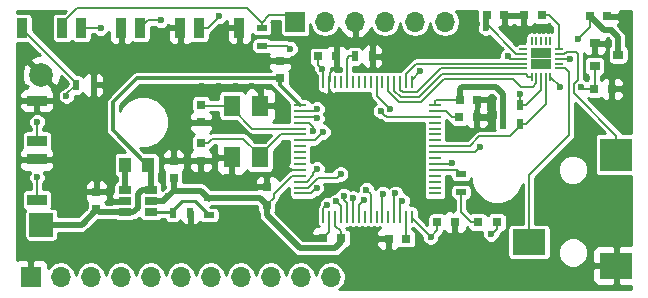
<source format=gtl>
G04 #@! TF.FileFunction,Copper,L1,Top,Signal*
%FSLAX46Y46*%
G04 Gerber Fmt 4.6, Leading zero omitted, Abs format (unit mm)*
G04 Created by KiCad (PCBNEW 4.0.7-e0-6372~58~ubuntu16.10.1) date Sun Jan  7 20:34:22 2018*
%MOMM*%
%LPD*%
G01*
G04 APERTURE LIST*
%ADD10C,0.100000*%
%ADD11R,0.750000X0.800000*%
%ADD12R,0.800000X0.750000*%
%ADD13R,1.000000X1.250000*%
%ADD14R,0.500000X0.900000*%
%ADD15R,0.900000X0.500000*%
%ADD16R,1.060000X0.650000*%
%ADD17R,2.000000X2.000000*%
%ADD18C,2.000000*%
%ADD19O,0.750000X0.200000*%
%ADD20O,0.200000X0.750000*%
%ADD21R,0.925000X0.925000*%
%ADD22R,1.000000X0.250000*%
%ADD23R,0.250000X1.000000*%
%ADD24R,2.800000X2.200000*%
%ADD25R,2.800000X2.800000*%
%ADD26R,1.399540X1.800860*%
%ADD27R,0.900000X0.800000*%
%ADD28R,0.900000X1.700000*%
%ADD29R,1.700000X0.900000*%
%ADD30R,1.700000X1.700000*%
%ADD31O,1.700000X1.700000*%
%ADD32R,0.800000X0.800000*%
%ADD33C,0.600000*%
%ADD34C,0.300000*%
%ADD35C,0.500000*%
%ADD36C,0.200000*%
%ADD37C,0.250000*%
%ADD38C,0.254000*%
G04 APERTURE END LIST*
D10*
D11*
X137790000Y-100020000D03*
X137790000Y-98520000D03*
D12*
X164020000Y-102500000D03*
X162520000Y-102500000D03*
D11*
X153350000Y-88920000D03*
X153350000Y-87420000D03*
X144320000Y-97390000D03*
X144320000Y-95890000D03*
D12*
X157010000Y-102460000D03*
X158510000Y-102460000D03*
X168148000Y-101092000D03*
X166648000Y-101092000D03*
X170050000Y-90730000D03*
X168550000Y-90730000D03*
X158090000Y-87070000D03*
X156590000Y-87070000D03*
D13*
X142190000Y-96220000D03*
X140190000Y-96220000D03*
D14*
X159655000Y-87045000D03*
X161155000Y-87045000D03*
D15*
X147340000Y-99010000D03*
X147340000Y-100510000D03*
D14*
X144250000Y-100290000D03*
X145750000Y-100290000D03*
D16*
X140190000Y-98370000D03*
X140190000Y-99320000D03*
X140190000Y-100270000D03*
X142390000Y-100270000D03*
X142390000Y-98370000D03*
X142390000Y-99320000D03*
D17*
X133114000Y-101299500D03*
D18*
X133114000Y-88599500D03*
D11*
X146640000Y-92650000D03*
X146640000Y-91150000D03*
X146640000Y-95910000D03*
X146640000Y-94410000D03*
D12*
X170010000Y-92220000D03*
X168510000Y-92220000D03*
X181050000Y-83660000D03*
X179550000Y-83660000D03*
X172330000Y-83590000D03*
X170830000Y-83590000D03*
X173990000Y-83590000D03*
X175490000Y-83590000D03*
D15*
X151790000Y-84650000D03*
X151790000Y-86150000D03*
D14*
X172180000Y-92760000D03*
X173680000Y-92760000D03*
X172180000Y-91190000D03*
X173680000Y-91190000D03*
D19*
X176927500Y-88072500D03*
X176927500Y-87672500D03*
X176927500Y-87272500D03*
X176927500Y-86872500D03*
X176927500Y-86472500D03*
D20*
X176227500Y-85772500D03*
X175827500Y-85772500D03*
X175427500Y-85772500D03*
X175027500Y-85772500D03*
X174627500Y-85772500D03*
D19*
X173927500Y-86472500D03*
X173927500Y-86872500D03*
X173927500Y-87272500D03*
X173927500Y-87672500D03*
X173927500Y-88072500D03*
D20*
X174627500Y-88772500D03*
X175027500Y-88772500D03*
X175427500Y-88772500D03*
X175827500Y-88772500D03*
X176227500Y-88772500D03*
D21*
X174965000Y-86810000D03*
X174965000Y-87735000D03*
X175890000Y-86810000D03*
X175890000Y-87735000D03*
D22*
X155055000Y-91170000D03*
X155055000Y-91670000D03*
X155055000Y-92170000D03*
X155055000Y-92670000D03*
X155055000Y-93170000D03*
X155055000Y-93670000D03*
X155055000Y-94170000D03*
X155055000Y-94670000D03*
X155055000Y-95170000D03*
X155055000Y-95670000D03*
X155055000Y-96170000D03*
X155055000Y-96670000D03*
X155055000Y-97170000D03*
X155055000Y-97670000D03*
X155055000Y-98170000D03*
X155055000Y-98670000D03*
D23*
X157005000Y-100620000D03*
X157505000Y-100620000D03*
X158005000Y-100620000D03*
X158505000Y-100620000D03*
X159005000Y-100620000D03*
X159505000Y-100620000D03*
X160005000Y-100620000D03*
X160505000Y-100620000D03*
X161005000Y-100620000D03*
X161505000Y-100620000D03*
X162005000Y-100620000D03*
X162505000Y-100620000D03*
X163005000Y-100620000D03*
X163505000Y-100620000D03*
X164005000Y-100620000D03*
X164505000Y-100620000D03*
D22*
X166455000Y-98670000D03*
X166455000Y-98170000D03*
X166455000Y-97670000D03*
X166455000Y-97170000D03*
X166455000Y-96670000D03*
X166455000Y-96170000D03*
X166455000Y-95670000D03*
X166455000Y-95170000D03*
X166455000Y-94670000D03*
X166455000Y-94170000D03*
X166455000Y-93670000D03*
X166455000Y-93170000D03*
X166455000Y-92670000D03*
X166455000Y-92170000D03*
X166455000Y-91670000D03*
X166455000Y-91170000D03*
D23*
X164505000Y-89220000D03*
X164005000Y-89220000D03*
X163505000Y-89220000D03*
X163005000Y-89220000D03*
X162505000Y-89220000D03*
X162005000Y-89220000D03*
X161505000Y-89220000D03*
X161005000Y-89220000D03*
X160505000Y-89220000D03*
X160005000Y-89220000D03*
X159505000Y-89220000D03*
X159005000Y-89220000D03*
X158505000Y-89220000D03*
X158005000Y-89220000D03*
X157505000Y-89220000D03*
X157005000Y-89220000D03*
D24*
X181820000Y-104770000D03*
X174420000Y-102770000D03*
D25*
X181820000Y-95370000D03*
D26*
X151638880Y-95619640D03*
X151638880Y-91220360D03*
X149241120Y-91220360D03*
X149241120Y-95619640D03*
D12*
X181420000Y-89810000D03*
X179920000Y-89810000D03*
D27*
X179960000Y-85970000D03*
X179960000Y-87870000D03*
X181960000Y-86920000D03*
D11*
X152210000Y-99610000D03*
X152210000Y-98110000D03*
D28*
X131500000Y-84640000D03*
X134900000Y-84640000D03*
X136500000Y-84640000D03*
X139900000Y-84640000D03*
X141500000Y-84640000D03*
X144900000Y-84640000D03*
X146490000Y-84640000D03*
X149890000Y-84640000D03*
D29*
X132750000Y-94200000D03*
X132750000Y-90800000D03*
X132740000Y-99190000D03*
X132740000Y-95790000D03*
D30*
X154620000Y-84130000D03*
D31*
X157160000Y-84130000D03*
X159700000Y-84130000D03*
X162240000Y-84130000D03*
X164780000Y-84130000D03*
X167320000Y-84130000D03*
D30*
X132210000Y-105710000D03*
D31*
X134750000Y-105710000D03*
X137290000Y-105710000D03*
X139830000Y-105710000D03*
X142370000Y-105710000D03*
X144910000Y-105710000D03*
X147450000Y-105710000D03*
X149990000Y-105710000D03*
X152530000Y-105710000D03*
X155070000Y-105710000D03*
X157610000Y-105710000D03*
D14*
X136050000Y-89480000D03*
X137550000Y-89480000D03*
D32*
X171704000Y-101092000D03*
X170104000Y-101092000D03*
D15*
X168656000Y-98528000D03*
X168656000Y-97028000D03*
D33*
X171159304Y-90715170D03*
X182626000Y-92456000D03*
X182626000Y-91694000D03*
X182626000Y-90932000D03*
X182626000Y-90170000D03*
X171490000Y-86720000D03*
X171480000Y-85950000D03*
X159090000Y-94330000D03*
X173160000Y-85610000D03*
X173860000Y-85690000D03*
X171150000Y-91370000D03*
X171120000Y-92050000D03*
X164670000Y-97170000D03*
X164680000Y-96330000D03*
X164670000Y-95500000D03*
X164710000Y-94650000D03*
X164750000Y-93870000D03*
X159040000Y-93590000D03*
X159050000Y-92780000D03*
X159040000Y-91970000D03*
X159030000Y-91190000D03*
X153320000Y-91520000D03*
X153340000Y-90500000D03*
X152380000Y-89630000D03*
X145390000Y-92050000D03*
X145360000Y-93240000D03*
X145440000Y-97270000D03*
X145400000Y-95870000D03*
X145400000Y-94600000D03*
X153140000Y-95550000D03*
X152840000Y-97030000D03*
X150810000Y-97270000D03*
X148860000Y-97250000D03*
X147020000Y-97290000D03*
X145380000Y-90740000D03*
X145390000Y-89620000D03*
X146730000Y-89600000D03*
X148180000Y-89600000D03*
X149590000Y-89590000D03*
X150970000Y-89590000D03*
X174965000Y-87735000D03*
X175890000Y-87735000D03*
X175890000Y-86810000D03*
X174965000Y-86810000D03*
X156972000Y-93472000D03*
X154190000Y-86420000D03*
X170942006Y-89662006D03*
X169418000Y-89662000D03*
X170180000Y-89662000D03*
X181356000Y-84836000D03*
X156879990Y-88090000D03*
X171196000Y-102108000D03*
X178562000Y-85598000D03*
X177895504Y-87272500D03*
X166090000Y-102340000D03*
X170740000Y-84670000D03*
X143420000Y-99320000D03*
X143860000Y-98880000D03*
X144320000Y-98420000D03*
X173626662Y-90252692D03*
X170279998Y-94720000D03*
X167914177Y-96069990D03*
X172620000Y-87050000D03*
X165210000Y-88320000D03*
X161870021Y-91684290D03*
X177038000Y-89662000D03*
X178816000Y-89662000D03*
X156452292Y-96606685D03*
X135250000Y-90410000D03*
X156462157Y-91518240D03*
X138140000Y-84680000D03*
X156453083Y-92318201D03*
X143260000Y-84000000D03*
X156154012Y-93412605D03*
X148180000Y-83659979D03*
X158470000Y-97020000D03*
X132770000Y-92630000D03*
X132760000Y-97310000D03*
X160650000Y-98360000D03*
X162653636Y-91523147D03*
X163090000Y-98650000D03*
X163690010Y-99309846D03*
X157340177Y-99610498D03*
X156447536Y-98243004D03*
X162020000Y-98690000D03*
X158092188Y-99337555D03*
X158720055Y-98841770D03*
X159491811Y-99052512D03*
X160404990Y-99229998D03*
D34*
X142190000Y-96220000D02*
X142090000Y-96220000D01*
X142090000Y-96220000D02*
X139180000Y-93310000D01*
X139180000Y-93310000D02*
X139180000Y-90960000D01*
X139180000Y-90960000D02*
X141220000Y-88920000D01*
X141220000Y-88920000D02*
X152675000Y-88920000D01*
X152675000Y-88920000D02*
X153350000Y-88920000D01*
X153350000Y-88920000D02*
X153350000Y-89465000D01*
X153350000Y-89465000D02*
X155055000Y-91170000D01*
D35*
X133114000Y-101299500D02*
X136535500Y-101299500D01*
X136535500Y-101299500D02*
X137790000Y-100045000D01*
X137790000Y-100045000D02*
X137790000Y-100020000D01*
X140190000Y-100270000D02*
X140905002Y-100270000D01*
X140905002Y-100270000D02*
X141290000Y-99885002D01*
X141290000Y-99885002D02*
X141290000Y-98754998D01*
X141290000Y-98754998D02*
X141674998Y-98370000D01*
X141674998Y-98370000D02*
X142390000Y-98370000D01*
X140190000Y-100270000D02*
X138040000Y-100270000D01*
X138040000Y-100270000D02*
X137790000Y-100020000D01*
X142390000Y-98370000D02*
X142390000Y-96420000D01*
X142390000Y-96420000D02*
X142190000Y-96220000D01*
X137690500Y-100119500D02*
X137790000Y-100020000D01*
X171150000Y-90724474D02*
X171159304Y-90715170D01*
X171150000Y-91370000D02*
X171150000Y-90724474D01*
D36*
X157505000Y-89220000D02*
X157579999Y-89145001D01*
X157579999Y-89145001D02*
X157579999Y-88479999D01*
X157579999Y-88479999D02*
X157921998Y-88138000D01*
X157921998Y-88138000D02*
X157988000Y-88138000D01*
X157988000Y-88138000D02*
X157988000Y-87172000D01*
X157988000Y-87172000D02*
X158090000Y-87070000D01*
D35*
X182626000Y-90932000D02*
X182626000Y-91694000D01*
X181420000Y-89810000D02*
X182266000Y-89810000D01*
X182266000Y-89810000D02*
X182626000Y-90170000D01*
X159760000Y-97520000D02*
X159760000Y-95000000D01*
X159760000Y-95000000D02*
X159090000Y-94330000D01*
X159220000Y-98060000D02*
X159760000Y-97520000D01*
X157830000Y-98060000D02*
X159220000Y-98060000D01*
X155190000Y-100700000D02*
X157830000Y-98060000D01*
X155190000Y-101540000D02*
X155190000Y-100700000D01*
X157010000Y-102460000D02*
X156110000Y-102460000D01*
X156110000Y-102460000D02*
X155190000Y-101540000D01*
X171480000Y-85950000D02*
X171480000Y-86710000D01*
X171480000Y-86710000D02*
X171490000Y-86720000D01*
X173990000Y-83590000D02*
X173990000Y-85560000D01*
X173990000Y-85560000D02*
X173860000Y-85690000D01*
X170010000Y-92220000D02*
X170950000Y-92220000D01*
X170950000Y-92220000D02*
X171120000Y-92050000D01*
X164680000Y-96330000D02*
X164680000Y-97160000D01*
X164680000Y-97160000D02*
X164670000Y-97170000D01*
X164710000Y-94650000D02*
X164710000Y-95460000D01*
X164710000Y-95460000D02*
X164670000Y-95500000D01*
X159040000Y-93590000D02*
X164470000Y-93590000D01*
X164470000Y-93590000D02*
X164750000Y-93870000D01*
D36*
X159040000Y-91970000D02*
X159040000Y-92770000D01*
X159040000Y-92770000D02*
X159050000Y-92780000D01*
X158475000Y-90890000D02*
X158730000Y-90890000D01*
X158730000Y-90890000D02*
X159030000Y-91190000D01*
X157505000Y-89220000D02*
X157505000Y-89920000D01*
X157505000Y-89920000D02*
X158475000Y-90890000D01*
X155055000Y-96670000D02*
X153200000Y-96670000D01*
X153200000Y-96670000D02*
X152840000Y-97030000D01*
X152210000Y-98085000D02*
X152210000Y-98110000D01*
X153340000Y-90500000D02*
X153340000Y-91500000D01*
X153340000Y-91500000D02*
X153320000Y-91520000D01*
X150970000Y-89590000D02*
X152340000Y-89590000D01*
X152340000Y-89590000D02*
X152380000Y-89630000D01*
X145380000Y-92040000D02*
X145390000Y-92050000D01*
X145380000Y-90740000D02*
X145380000Y-92040000D01*
X145400000Y-93280000D02*
X145360000Y-93240000D01*
X145400000Y-94600000D02*
X145400000Y-93280000D01*
X145400000Y-97230000D02*
X145440000Y-97270000D01*
X145400000Y-95870000D02*
X145400000Y-97230000D01*
X147020000Y-97290000D02*
X148820000Y-97290000D01*
X148820000Y-97290000D02*
X148860000Y-97250000D01*
X146730000Y-89600000D02*
X145410000Y-89600000D01*
X145410000Y-89600000D02*
X145390000Y-89620000D01*
X149590000Y-89590000D02*
X148190000Y-89590000D01*
X148190000Y-89590000D02*
X148180000Y-89600000D01*
X151638880Y-91220360D02*
X151638880Y-90258880D01*
X151638880Y-90258880D02*
X150970000Y-89590000D01*
X157505000Y-100620000D02*
X157505000Y-101965000D01*
X157505000Y-101965000D02*
X157010000Y-102460000D01*
X156672001Y-93771999D02*
X156972000Y-93472000D01*
X156274000Y-94170000D02*
X156672001Y-93771999D01*
X155055000Y-94170000D02*
X156274000Y-94170000D01*
X151790000Y-86150000D02*
X153920000Y-86150000D01*
X153920000Y-86150000D02*
X154190000Y-86420000D01*
D35*
X170180000Y-89662000D02*
X170942000Y-89662000D01*
X172180000Y-91190000D02*
X172180000Y-90240000D01*
X171366270Y-89662006D02*
X170942006Y-89662006D01*
X172180000Y-90240000D02*
X171602006Y-89662006D01*
X171602006Y-89662006D02*
X171366270Y-89662006D01*
X170942000Y-89662000D02*
X170942006Y-89662006D01*
X168993736Y-89662000D02*
X169418000Y-89662000D01*
X168743000Y-89662000D02*
X168993736Y-89662000D01*
X168550000Y-89855000D02*
X168743000Y-89662000D01*
X168550000Y-90730000D02*
X168550000Y-89855000D01*
X170180000Y-89662000D02*
X169418000Y-89662000D01*
X180931736Y-84836000D02*
X181356000Y-84836000D01*
X179550000Y-83660000D02*
X179575000Y-83660000D01*
X180751000Y-84836000D02*
X180931736Y-84836000D01*
X181655999Y-85135999D02*
X181356000Y-84836000D01*
X181960000Y-85440000D02*
X181655999Y-85135999D01*
X181960000Y-86920000D02*
X181960000Y-85440000D01*
X179575000Y-83660000D02*
X180751000Y-84836000D01*
D36*
X156590000Y-87070000D02*
X156590000Y-87800010D01*
X157005000Y-89220000D02*
X157005000Y-88215010D01*
X157005000Y-88215010D02*
X156879990Y-88090000D01*
X156590000Y-87800010D02*
X156879990Y-88090000D01*
X154620000Y-84130000D02*
X154056000Y-83566000D01*
X154056000Y-83566000D02*
X152424000Y-83566000D01*
X152424000Y-83566000D02*
X151790000Y-84200000D01*
X166090000Y-102340000D02*
X164505000Y-100755000D01*
X164505000Y-100755000D02*
X164505000Y-100620000D01*
X166648000Y-101092000D02*
X166648000Y-101782000D01*
X166648000Y-101782000D02*
X166090000Y-102340000D01*
X171288000Y-102108000D02*
X171196000Y-102108000D01*
X171704000Y-101692000D02*
X171288000Y-102108000D01*
X171704000Y-101092000D02*
X171704000Y-101692000D01*
X178562000Y-85598000D02*
X179550000Y-84610000D01*
X179550000Y-84610000D02*
X179550000Y-83660000D01*
D35*
X152210000Y-99610000D02*
X152210000Y-100510000D01*
X152210000Y-100510000D02*
X154990000Y-103290000D01*
X154990000Y-103290000D02*
X158000000Y-103290000D01*
X158000000Y-103290000D02*
X158510000Y-102780000D01*
X158510000Y-102780000D02*
X158510000Y-102460000D01*
D36*
X151790000Y-84200000D02*
X151790000Y-84650000D01*
X150580000Y-82990000D02*
X136150000Y-82990000D01*
X136150000Y-82990000D02*
X134900000Y-84240000D01*
X134900000Y-84240000D02*
X134900000Y-84640000D01*
X151790000Y-84200000D02*
X150580000Y-82990000D01*
X176927500Y-87272500D02*
X177895504Y-87272500D01*
D35*
X146654990Y-98420000D02*
X147340000Y-99105010D01*
X144320000Y-98420000D02*
X146654990Y-98420000D01*
D36*
X173927500Y-86872500D02*
X173352500Y-86872500D01*
X173352500Y-86872500D02*
X170830000Y-84350000D01*
X170830000Y-84350000D02*
X170830000Y-84165000D01*
X170830000Y-84165000D02*
X170830000Y-83590000D01*
D35*
X181990000Y-86890000D02*
X181960000Y-86920000D01*
X170740000Y-84670000D02*
X170740000Y-83680000D01*
X170740000Y-83680000D02*
X170830000Y-83590000D01*
X172180000Y-92960000D02*
X172180000Y-92760000D01*
D36*
X154260000Y-83733000D02*
X154260000Y-83695000D01*
D35*
X172180000Y-92760000D02*
X172180000Y-91190000D01*
X147340000Y-99010000D02*
X151610000Y-99010000D01*
X151610000Y-99010000D02*
X152210000Y-99610000D01*
X143860000Y-98880000D02*
X143420000Y-99320000D01*
X144320000Y-98420000D02*
X143860000Y-98880000D01*
X144320000Y-97390000D02*
X144320000Y-98420000D01*
X142390000Y-99320000D02*
X143420000Y-99320000D01*
D36*
X168550000Y-90730000D02*
X166570000Y-90730000D01*
X166570000Y-90730000D02*
X166455000Y-90845000D01*
X166455000Y-90845000D02*
X166455000Y-91170000D01*
X158510000Y-102460000D02*
X158510000Y-101885000D01*
X158005000Y-101380000D02*
X158005000Y-101320000D01*
X158510000Y-101885000D02*
X158005000Y-101380000D01*
X158005000Y-101320000D02*
X158005000Y-100620000D01*
X155055000Y-97170000D02*
X154355000Y-97170000D01*
X154355000Y-97170000D02*
X152785000Y-98740000D01*
X152785000Y-98740000D02*
X152785000Y-99010000D01*
X152785000Y-99010000D02*
X152210000Y-99585000D01*
X152210000Y-99585000D02*
X152210000Y-99610000D01*
D35*
X140190000Y-96220000D02*
X140190000Y-98370000D01*
D36*
X159005000Y-89220000D02*
X159005000Y-87245000D01*
X159005000Y-87245000D02*
X159205000Y-87045000D01*
X159205000Y-87045000D02*
X159655000Y-87045000D01*
D37*
X147340000Y-100510000D02*
X147340000Y-100500000D01*
X146160000Y-99320000D02*
X145020000Y-99320000D01*
X145020000Y-99320000D02*
X144250000Y-100090000D01*
X144250000Y-100090000D02*
X144250000Y-100290000D01*
X147340000Y-100500000D02*
X146160000Y-99320000D01*
X142390000Y-100270000D02*
X144230000Y-100270000D01*
X144230000Y-100270000D02*
X144250000Y-100290000D01*
D36*
X178215998Y-90165998D02*
X181820000Y-93770000D01*
X178215998Y-89373998D02*
X178215998Y-90165998D01*
X178527998Y-86842998D02*
X178527998Y-89061998D01*
X178357499Y-86672499D02*
X178527998Y-86842998D01*
X181820000Y-93770000D02*
X181820000Y-95370000D01*
X177607503Y-86672499D02*
X178357499Y-86672499D01*
X178527998Y-89061998D02*
X178215998Y-89373998D01*
X177407502Y-86872500D02*
X177607503Y-86672499D01*
X176927500Y-86872500D02*
X177407502Y-86872500D01*
X164005000Y-100620000D02*
X164005000Y-102485000D01*
X164005000Y-102485000D02*
X164020000Y-102500000D01*
X149241120Y-91220360D02*
X146710360Y-91220360D01*
X146710360Y-91220360D02*
X146640000Y-91150000D01*
X155055000Y-93170000D02*
X150990100Y-93170000D01*
X150990100Y-93170000D02*
X149241120Y-91421020D01*
X149241120Y-91421020D02*
X149241120Y-91220360D01*
X151638880Y-95418980D02*
X150239900Y-94020000D01*
X150239900Y-94020000D02*
X147605000Y-94020000D01*
X147605000Y-94020000D02*
X147215000Y-94410000D01*
X147215000Y-94410000D02*
X146640000Y-94410000D01*
X151638880Y-95619640D02*
X151638880Y-95418980D01*
X155055000Y-93670000D02*
X153387860Y-93670000D01*
X153387860Y-93670000D02*
X151638880Y-95418980D01*
X168510000Y-92220000D02*
X167910000Y-92220000D01*
X167910000Y-92220000D02*
X167360000Y-91670000D01*
X167360000Y-91670000D02*
X167155000Y-91670000D01*
X167155000Y-91670000D02*
X166455000Y-91670000D01*
X175490000Y-83590000D02*
X176090000Y-83590000D01*
X176090000Y-83590000D02*
X176927500Y-84427500D01*
X176927500Y-84427500D02*
X176927500Y-86172500D01*
X176927500Y-86172500D02*
X176927500Y-86472500D01*
X177202500Y-86472500D02*
X176927500Y-86472500D01*
X172796753Y-93843247D02*
X173680000Y-92960000D01*
X170208751Y-93843247D02*
X172796753Y-93843247D01*
X173680000Y-92960000D02*
X173680000Y-92760000D01*
X169381998Y-94670000D02*
X170208751Y-93843247D01*
X166455000Y-94670000D02*
X169381998Y-94670000D01*
X173680000Y-92760000D02*
X174130000Y-92760000D01*
X174130000Y-92760000D02*
X175827500Y-91062500D01*
X175827500Y-89347500D02*
X175827500Y-88772500D01*
X175827500Y-91062500D02*
X175827500Y-89347500D01*
X173680000Y-90306030D02*
X173626662Y-90252692D01*
X173680000Y-91190000D02*
X173680000Y-90306030D01*
X169979999Y-95019999D02*
X170279998Y-94720000D01*
X169829998Y-95170000D02*
X169979999Y-95019999D01*
X166455000Y-95170000D02*
X169829998Y-95170000D01*
X173680000Y-91190000D02*
X174130000Y-91190000D01*
X174130000Y-91190000D02*
X175427500Y-89892500D01*
X175427500Y-89892500D02*
X175427500Y-89347500D01*
X175427500Y-89347500D02*
X175427500Y-88772500D01*
X177800000Y-93726000D02*
X174420000Y-97106000D01*
X174420000Y-97106000D02*
X174420000Y-102770000D01*
X177800000Y-88370000D02*
X177800000Y-93726000D01*
X176927500Y-88072500D02*
X177502500Y-88072500D01*
X177502500Y-88072500D02*
X177800000Y-88370000D01*
X167814167Y-96170000D02*
X167914177Y-96069990D01*
X166455000Y-96170000D02*
X167814167Y-96170000D01*
X173927500Y-87272500D02*
X172842500Y-87272500D01*
X172842500Y-87272500D02*
X172620000Y-87050000D01*
X164005000Y-89220000D02*
X164005000Y-88520000D01*
X164005000Y-88520000D02*
X164852500Y-87672500D01*
X164852500Y-87672500D02*
X173352500Y-87672500D01*
X173352500Y-87672500D02*
X173927500Y-87672500D01*
X163505000Y-89885002D02*
X163505000Y-89220000D01*
X164958600Y-90110000D02*
X163729998Y-90110000D01*
X166996100Y-88072500D02*
X164958600Y-90110000D01*
X173927500Y-88072500D02*
X166996100Y-88072500D01*
X163729998Y-90110000D02*
X163505000Y-89885002D01*
X174144989Y-88589989D02*
X167044311Y-88589989D01*
X174327500Y-88772500D02*
X174144989Y-88589989D01*
X174627500Y-88772500D02*
X174327500Y-88772500D01*
X163005000Y-89920000D02*
X163005000Y-89220000D01*
X163005000Y-89950702D02*
X163005000Y-89920000D01*
X163564309Y-90510011D02*
X163005000Y-89950702D01*
X167044311Y-88589989D02*
X165124289Y-90510011D01*
X165124289Y-90510011D02*
X163564309Y-90510011D01*
X167210000Y-88990000D02*
X165280000Y-90920000D01*
X173060000Y-88990000D02*
X167210000Y-88990000D01*
X165280000Y-90920000D02*
X163408599Y-90920000D01*
X175027500Y-88772500D02*
X175027500Y-89347500D01*
X175027500Y-89347500D02*
X174713000Y-89662000D01*
X174713000Y-89662000D02*
X173732000Y-89662000D01*
X173732000Y-89662000D02*
X173060000Y-88990000D01*
X163408599Y-90920000D02*
X162505000Y-90016401D01*
X162505000Y-89920000D02*
X162505000Y-89220000D01*
X162505000Y-90016401D02*
X162505000Y-89920000D01*
X164505000Y-89220000D02*
X164505000Y-89025000D01*
X164505000Y-89025000D02*
X165210000Y-88320000D01*
X162170020Y-91984289D02*
X161870021Y-91684290D01*
X162355731Y-92170000D02*
X162170020Y-91984289D01*
X166455000Y-92170000D02*
X162355731Y-92170000D01*
X177038000Y-89662000D02*
X177038000Y-89583000D01*
X177038000Y-89583000D02*
X176227500Y-88772500D01*
X179920000Y-89810000D02*
X178964000Y-89810000D01*
X178964000Y-89810000D02*
X178816000Y-89662000D01*
X179960000Y-87870000D02*
X179960000Y-89770000D01*
X179960000Y-89770000D02*
X179920000Y-89810000D01*
X155055000Y-97670000D02*
X155606296Y-97670000D01*
X156152293Y-97124003D02*
X156152293Y-96906684D01*
X155606296Y-97670000D02*
X156152293Y-97124003D01*
X156152293Y-96906684D02*
X156452292Y-96606685D01*
X136050000Y-89480000D02*
X136050000Y-89280000D01*
X136050000Y-89280000D02*
X131500000Y-84730000D01*
X131500000Y-84730000D02*
X131500000Y-84640000D01*
X135250000Y-90410000D02*
X135250000Y-90280000D01*
X135250000Y-90280000D02*
X136050000Y-89480000D01*
X155055000Y-91670000D02*
X156310397Y-91670000D01*
X156310397Y-91670000D02*
X156462157Y-91518240D01*
X136500000Y-84640000D02*
X138100000Y-84640000D01*
X138100000Y-84640000D02*
X138140000Y-84680000D01*
X156304882Y-92170000D02*
X156453083Y-92318201D01*
X155055000Y-92170000D02*
X156304882Y-92170000D01*
X143260000Y-84000000D02*
X142140000Y-84000000D01*
X142140000Y-84000000D02*
X141500000Y-84640000D01*
X156154012Y-93069012D02*
X156154012Y-93412605D01*
X155755000Y-92670000D02*
X156154012Y-93069012D01*
X155055000Y-92670000D02*
X155755000Y-92670000D01*
X147199979Y-84640000D02*
X147880001Y-83959978D01*
X147880001Y-83959978D02*
X148180000Y-83659979D01*
X146490000Y-84640000D02*
X147199979Y-84640000D01*
X155671994Y-98170000D02*
X156521995Y-97319999D01*
X156521995Y-97319999D02*
X158170001Y-97319999D01*
X155055000Y-98170000D02*
X155671994Y-98170000D01*
X158170001Y-97319999D02*
X158470000Y-97020000D01*
X132770000Y-92630000D02*
X132770000Y-94180000D01*
X132770000Y-94180000D02*
X132750000Y-94200000D01*
X132760000Y-97310000D02*
X132760000Y-99170000D01*
X132760000Y-99170000D02*
X132740000Y-99190000D01*
X161005000Y-98715000D02*
X160650000Y-98360000D01*
X161005000Y-100620000D02*
X161005000Y-98715000D01*
X161505000Y-90374511D02*
X162353637Y-91223148D01*
X162353637Y-91223148D02*
X162653636Y-91523147D01*
X161505000Y-89220000D02*
X161505000Y-90374511D01*
X163005000Y-100620000D02*
X163005000Y-98735000D01*
X163005000Y-98735000D02*
X163090000Y-98650000D01*
X163505000Y-99494856D02*
X163690010Y-99309846D01*
X163505000Y-100620000D02*
X163505000Y-99494856D01*
X157005000Y-100620000D02*
X157005000Y-99920000D01*
X157314502Y-99610498D02*
X157340177Y-99610498D01*
X157005000Y-99920000D02*
X157314502Y-99610498D01*
X155055000Y-98670000D02*
X155972168Y-98670000D01*
X156399164Y-98243004D02*
X156447536Y-98243004D01*
X155972168Y-98670000D02*
X156399164Y-98243004D01*
X162005000Y-100620000D02*
X162005000Y-98705000D01*
X162005000Y-98705000D02*
X162020000Y-98690000D01*
X158505000Y-99750367D02*
X158392187Y-99637554D01*
X158392187Y-99637554D02*
X158092188Y-99337555D01*
X158505000Y-100620000D02*
X158505000Y-99750367D01*
X159005000Y-99505172D02*
X158720055Y-99220227D01*
X158720055Y-99220227D02*
X158720055Y-98841770D01*
X159005000Y-100620000D02*
X159005000Y-99505172D01*
X159505000Y-100620000D02*
X159505000Y-99065701D01*
X159505000Y-99065701D02*
X159491811Y-99052512D01*
X160005000Y-99629988D02*
X160104991Y-99529997D01*
X160005000Y-100620000D02*
X160005000Y-99629988D01*
X160104991Y-99529997D02*
X160404990Y-99229998D01*
X168656000Y-98528000D02*
X168656000Y-100244000D01*
X168656000Y-100244000D02*
X169504000Y-101092000D01*
X169504000Y-101092000D02*
X170104000Y-101092000D01*
X166455000Y-96670000D02*
X168298000Y-96670000D01*
X168298000Y-96670000D02*
X168656000Y-97028000D01*
D38*
G36*
X135036918Y-83346478D02*
X134450000Y-83346478D01*
X134288799Y-83376810D01*
X134140745Y-83472080D01*
X134041421Y-83617445D01*
X134006478Y-83790000D01*
X134006478Y-85490000D01*
X134036810Y-85651201D01*
X134132080Y-85799255D01*
X134277445Y-85898579D01*
X134450000Y-85933522D01*
X135350000Y-85933522D01*
X135511201Y-85903190D01*
X135659255Y-85807920D01*
X135699631Y-85748828D01*
X135732080Y-85799255D01*
X135877445Y-85898579D01*
X136050000Y-85933522D01*
X136950000Y-85933522D01*
X137111201Y-85903190D01*
X137259255Y-85807920D01*
X137358579Y-85662555D01*
X137393522Y-85490000D01*
X137393522Y-85175000D01*
X137595595Y-85175000D01*
X137723112Y-85302740D01*
X137993158Y-85414873D01*
X138285559Y-85415128D01*
X138555800Y-85303466D01*
X138762740Y-85096888D01*
X138815000Y-84971032D01*
X138815000Y-85616310D01*
X138911673Y-85849699D01*
X139090302Y-86028327D01*
X139323691Y-86125000D01*
X139614250Y-86125000D01*
X139773000Y-85966250D01*
X139773000Y-84767000D01*
X139753000Y-84767000D01*
X139753000Y-84513000D01*
X139773000Y-84513000D01*
X139773000Y-84493000D01*
X140027000Y-84493000D01*
X140027000Y-84513000D01*
X140047000Y-84513000D01*
X140047000Y-84767000D01*
X140027000Y-84767000D01*
X140027000Y-85966250D01*
X140185750Y-86125000D01*
X140476309Y-86125000D01*
X140709698Y-86028327D01*
X140854871Y-85883155D01*
X140877445Y-85898579D01*
X141050000Y-85933522D01*
X141950000Y-85933522D01*
X142111201Y-85903190D01*
X142259255Y-85807920D01*
X142358579Y-85662555D01*
X142393522Y-85490000D01*
X142393522Y-84925750D01*
X143815000Y-84925750D01*
X143815000Y-85616310D01*
X143911673Y-85849699D01*
X144090302Y-86028327D01*
X144323691Y-86125000D01*
X144614250Y-86125000D01*
X144773000Y-85966250D01*
X144773000Y-84767000D01*
X143973750Y-84767000D01*
X143815000Y-84925750D01*
X142393522Y-84925750D01*
X142393522Y-84535000D01*
X142755525Y-84535000D01*
X142843112Y-84622740D01*
X143113158Y-84734873D01*
X143405559Y-84735128D01*
X143675800Y-84623466D01*
X143880187Y-84419437D01*
X143973750Y-84513000D01*
X144773000Y-84513000D01*
X144773000Y-84493000D01*
X145027000Y-84493000D01*
X145027000Y-84513000D01*
X145047000Y-84513000D01*
X145047000Y-84767000D01*
X145027000Y-84767000D01*
X145027000Y-85966250D01*
X145185750Y-86125000D01*
X145476309Y-86125000D01*
X145709698Y-86028327D01*
X145850812Y-85887214D01*
X145867445Y-85898579D01*
X146040000Y-85933522D01*
X146940000Y-85933522D01*
X147101201Y-85903190D01*
X147249255Y-85807920D01*
X147348579Y-85662555D01*
X147383522Y-85490000D01*
X147383522Y-85138491D01*
X147404715Y-85134276D01*
X147578281Y-85018302D01*
X147670833Y-84925750D01*
X148805000Y-84925750D01*
X148805000Y-85616310D01*
X148901673Y-85849699D01*
X149080302Y-86028327D01*
X149313691Y-86125000D01*
X149604250Y-86125000D01*
X149763000Y-85966250D01*
X149763000Y-84767000D01*
X148963750Y-84767000D01*
X148805000Y-84925750D01*
X147670833Y-84925750D01*
X148201584Y-84394999D01*
X148325559Y-84395107D01*
X148595800Y-84283445D01*
X148802740Y-84076867D01*
X148805000Y-84071424D01*
X148805000Y-84354250D01*
X148963750Y-84513000D01*
X149763000Y-84513000D01*
X149763000Y-84493000D01*
X150017000Y-84493000D01*
X150017000Y-84513000D01*
X150037000Y-84513000D01*
X150037000Y-84767000D01*
X150017000Y-84767000D01*
X150017000Y-85966250D01*
X150175750Y-86125000D01*
X150466309Y-86125000D01*
X150699698Y-86028327D01*
X150828025Y-85900000D01*
X150896478Y-85900000D01*
X150896478Y-86400000D01*
X150926810Y-86561201D01*
X151022080Y-86709255D01*
X151167445Y-86808579D01*
X151340000Y-86843522D01*
X152240000Y-86843522D01*
X152370990Y-86818875D01*
X152340000Y-86893691D01*
X152340000Y-87134250D01*
X152498750Y-87293000D01*
X153223000Y-87293000D01*
X153223000Y-87273000D01*
X153477000Y-87273000D01*
X153477000Y-87293000D01*
X154201250Y-87293000D01*
X154341631Y-87152619D01*
X154605800Y-87043466D01*
X154812740Y-86836888D01*
X154924873Y-86566842D01*
X154925128Y-86274441D01*
X154813466Y-86004200D01*
X154606888Y-85797260D01*
X154336842Y-85685127D01*
X154168521Y-85684980D01*
X154124736Y-85655724D01*
X153920000Y-85615000D01*
X152573528Y-85615000D01*
X152557920Y-85590745D01*
X152412555Y-85491421D01*
X152240000Y-85456478D01*
X151340000Y-85456478D01*
X151178799Y-85486810D01*
X151030745Y-85582080D01*
X150931421Y-85727445D01*
X150896478Y-85900000D01*
X150828025Y-85900000D01*
X150878327Y-85849699D01*
X150975000Y-85616310D01*
X150975000Y-85136090D01*
X151022080Y-85209255D01*
X151167445Y-85308579D01*
X151340000Y-85343522D01*
X152240000Y-85343522D01*
X152401201Y-85313190D01*
X152549255Y-85217920D01*
X152648579Y-85072555D01*
X152683522Y-84900000D01*
X152683522Y-84400000D01*
X152653190Y-84238799D01*
X152596267Y-84150337D01*
X152645604Y-84101000D01*
X153326478Y-84101000D01*
X153326478Y-84980000D01*
X153356810Y-85141201D01*
X153452080Y-85289255D01*
X153597445Y-85388579D01*
X153770000Y-85423522D01*
X155470000Y-85423522D01*
X155631201Y-85393190D01*
X155779255Y-85297920D01*
X155878579Y-85152555D01*
X155913522Y-84980000D01*
X155913522Y-84348838D01*
X155972815Y-84646923D01*
X156251368Y-85063807D01*
X156668252Y-85342360D01*
X157160000Y-85440175D01*
X157651748Y-85342360D01*
X158068632Y-85063807D01*
X158339248Y-84658802D01*
X158504817Y-85011358D01*
X158933076Y-85401645D01*
X159343110Y-85571476D01*
X159573000Y-85450155D01*
X159573000Y-84257000D01*
X159553000Y-84257000D01*
X159553000Y-84003000D01*
X159573000Y-84003000D01*
X159573000Y-83983000D01*
X159827000Y-83983000D01*
X159827000Y-84003000D01*
X159847000Y-84003000D01*
X159847000Y-84257000D01*
X159827000Y-84257000D01*
X159827000Y-85450155D01*
X160056890Y-85571476D01*
X160466924Y-85401645D01*
X160895183Y-85011358D01*
X161060752Y-84658802D01*
X161331368Y-85063807D01*
X161748252Y-85342360D01*
X162240000Y-85440175D01*
X162731748Y-85342360D01*
X163148632Y-85063807D01*
X163427185Y-84646923D01*
X163510000Y-84230585D01*
X163592815Y-84646923D01*
X163871368Y-85063807D01*
X164288252Y-85342360D01*
X164780000Y-85440175D01*
X165271748Y-85342360D01*
X165688632Y-85063807D01*
X165967185Y-84646923D01*
X166050000Y-84230585D01*
X166132815Y-84646923D01*
X166411368Y-85063807D01*
X166828252Y-85342360D01*
X167320000Y-85440175D01*
X167811748Y-85342360D01*
X168228632Y-85063807D01*
X168507185Y-84646923D01*
X168605000Y-84155175D01*
X168605000Y-84104825D01*
X168507185Y-83613077D01*
X168237858Y-83210000D01*
X169987491Y-83210000D01*
X169986478Y-83215000D01*
X169986478Y-83965000D01*
X170016810Y-84126201D01*
X170055000Y-84185550D01*
X170055000Y-84403051D01*
X170005127Y-84523158D01*
X170004872Y-84815559D01*
X170116534Y-85085800D01*
X170323112Y-85292740D01*
X170593158Y-85404873D01*
X170885559Y-85405128D01*
X171057485Y-85334089D01*
X172177041Y-86453645D01*
X171997260Y-86633112D01*
X171885127Y-86903158D01*
X171884923Y-87137500D01*
X164852500Y-87137500D01*
X164647764Y-87178224D01*
X164474198Y-87294198D01*
X163626698Y-88141698D01*
X163536640Y-88276478D01*
X163380000Y-88276478D01*
X163250411Y-88300862D01*
X163130000Y-88276478D01*
X162880000Y-88276478D01*
X162750411Y-88300862D01*
X162630000Y-88276478D01*
X162380000Y-88276478D01*
X162250411Y-88300862D01*
X162130000Y-88276478D01*
X161880000Y-88276478D01*
X161750411Y-88300862D01*
X161630000Y-88276478D01*
X161380000Y-88276478D01*
X161250411Y-88300862D01*
X161130000Y-88276478D01*
X160880000Y-88276478D01*
X160750411Y-88300862D01*
X160630000Y-88276478D01*
X160380000Y-88276478D01*
X160250411Y-88300862D01*
X160130000Y-88276478D01*
X159880000Y-88276478D01*
X159750411Y-88300862D01*
X159630000Y-88276478D01*
X159540000Y-88276478D01*
X159540000Y-87938522D01*
X159905000Y-87938522D01*
X160066201Y-87908190D01*
X160214255Y-87812920D01*
X160298373Y-87689809D01*
X160366673Y-87854699D01*
X160545302Y-88033327D01*
X160778691Y-88130000D01*
X160871250Y-88130000D01*
X161030000Y-87971250D01*
X161030000Y-87172000D01*
X161280000Y-87172000D01*
X161280000Y-87971250D01*
X161438750Y-88130000D01*
X161531309Y-88130000D01*
X161764698Y-88033327D01*
X161943327Y-87854699D01*
X162040000Y-87621310D01*
X162040000Y-87330750D01*
X161881250Y-87172000D01*
X161280000Y-87172000D01*
X161030000Y-87172000D01*
X161008000Y-87172000D01*
X161008000Y-86918000D01*
X161030000Y-86918000D01*
X161030000Y-86118750D01*
X161280000Y-86118750D01*
X161280000Y-86918000D01*
X161881250Y-86918000D01*
X162040000Y-86759250D01*
X162040000Y-86468690D01*
X161943327Y-86235301D01*
X161764698Y-86056673D01*
X161531309Y-85960000D01*
X161438750Y-85960000D01*
X161280000Y-86118750D01*
X161030000Y-86118750D01*
X160871250Y-85960000D01*
X160778691Y-85960000D01*
X160545302Y-86056673D01*
X160366673Y-86235301D01*
X160297665Y-86401902D01*
X160222920Y-86285745D01*
X160077555Y-86186421D01*
X159905000Y-86151478D01*
X159405000Y-86151478D01*
X159243799Y-86181810D01*
X159095745Y-86277080D01*
X159038758Y-86360483D01*
X159028327Y-86335301D01*
X158849698Y-86156673D01*
X158616309Y-86060000D01*
X158375750Y-86060000D01*
X158217000Y-86218750D01*
X158217000Y-86943000D01*
X158237000Y-86943000D01*
X158237000Y-87197000D01*
X158217000Y-87197000D01*
X158217000Y-87921250D01*
X158375750Y-88080000D01*
X158470000Y-88080000D01*
X158470000Y-88276478D01*
X158380000Y-88276478D01*
X158250411Y-88300862D01*
X158130000Y-88276478D01*
X158084503Y-88276478D01*
X157989699Y-88181673D01*
X157756310Y-88085000D01*
X157726250Y-88085000D01*
X157632002Y-88179248D01*
X157632002Y-88085000D01*
X157614996Y-88085000D01*
X157615000Y-88080000D01*
X157804250Y-88080000D01*
X157963000Y-87921250D01*
X157963000Y-87197000D01*
X157943000Y-87197000D01*
X157943000Y-86943000D01*
X157963000Y-86943000D01*
X157963000Y-86218750D01*
X157804250Y-86060000D01*
X157563691Y-86060000D01*
X157330302Y-86156673D01*
X157185129Y-86301845D01*
X157162555Y-86286421D01*
X156990000Y-86251478D01*
X156190000Y-86251478D01*
X156028799Y-86281810D01*
X155880745Y-86377080D01*
X155781421Y-86522445D01*
X155746478Y-86695000D01*
X155746478Y-87445000D01*
X155776810Y-87606201D01*
X155872080Y-87754255D01*
X156017445Y-87853579D01*
X156067679Y-87863752D01*
X156095724Y-88004746D01*
X156144999Y-88078491D01*
X156144862Y-88235559D01*
X156256524Y-88505800D01*
X156442190Y-88691792D01*
X156436478Y-88720000D01*
X156436478Y-89720000D01*
X156466810Y-89881201D01*
X156562080Y-90029255D01*
X156707445Y-90128579D01*
X156880000Y-90163522D01*
X156925497Y-90163522D01*
X157020301Y-90258327D01*
X157253690Y-90355000D01*
X157283750Y-90355000D01*
X157442500Y-90196250D01*
X157442500Y-90033171D01*
X157505381Y-89941142D01*
X157562080Y-90029255D01*
X157567500Y-90032958D01*
X157567500Y-90196250D01*
X157726250Y-90355000D01*
X157756310Y-90355000D01*
X157989699Y-90258327D01*
X158084503Y-90163522D01*
X158130000Y-90163522D01*
X158259589Y-90139138D01*
X158380000Y-90163522D01*
X158630000Y-90163522D01*
X158759589Y-90139138D01*
X158880000Y-90163522D01*
X159130000Y-90163522D01*
X159259589Y-90139138D01*
X159380000Y-90163522D01*
X159630000Y-90163522D01*
X159759589Y-90139138D01*
X159880000Y-90163522D01*
X160130000Y-90163522D01*
X160259589Y-90139138D01*
X160380000Y-90163522D01*
X160630000Y-90163522D01*
X160759589Y-90139138D01*
X160880000Y-90163522D01*
X160970000Y-90163522D01*
X160970000Y-90374511D01*
X161010724Y-90579247D01*
X161126698Y-90752813D01*
X161444456Y-91070571D01*
X161247281Y-91267402D01*
X161135148Y-91537448D01*
X161134893Y-91829849D01*
X161246555Y-92100090D01*
X161453133Y-92307030D01*
X161723179Y-92419163D01*
X161848399Y-92419272D01*
X161977429Y-92548302D01*
X162150995Y-92664276D01*
X162355731Y-92705000D01*
X165511478Y-92705000D01*
X165511478Y-92795000D01*
X165535862Y-92924589D01*
X165511478Y-93045000D01*
X165511478Y-93295000D01*
X165535862Y-93424589D01*
X165511478Y-93545000D01*
X165511478Y-93795000D01*
X165535862Y-93924589D01*
X165511478Y-94045000D01*
X165511478Y-94295000D01*
X165535862Y-94424589D01*
X165511478Y-94545000D01*
X165511478Y-94795000D01*
X165535862Y-94924589D01*
X165511478Y-95045000D01*
X165511478Y-95295000D01*
X165535862Y-95424589D01*
X165511478Y-95545000D01*
X165511478Y-95795000D01*
X165535862Y-95924589D01*
X165511478Y-96045000D01*
X165511478Y-96295000D01*
X165535862Y-96424589D01*
X165511478Y-96545000D01*
X165511478Y-96795000D01*
X165535862Y-96924589D01*
X165511478Y-97045000D01*
X165511478Y-97295000D01*
X165535862Y-97424589D01*
X165511478Y-97545000D01*
X165511478Y-97795000D01*
X165535862Y-97924589D01*
X165511478Y-98045000D01*
X165511478Y-98295000D01*
X165535862Y-98424589D01*
X165511478Y-98545000D01*
X165511478Y-98795000D01*
X165541810Y-98956201D01*
X165637080Y-99104255D01*
X165782445Y-99203579D01*
X165955000Y-99238522D01*
X166955000Y-99238522D01*
X167116201Y-99208190D01*
X167264255Y-99112920D01*
X167363579Y-98967555D01*
X167398522Y-98795000D01*
X167398522Y-98545000D01*
X167374138Y-98415411D01*
X167398522Y-98295000D01*
X167398522Y-98045000D01*
X167374138Y-97915411D01*
X167398522Y-97795000D01*
X167398522Y-97545000D01*
X167374138Y-97415411D01*
X167398522Y-97295000D01*
X167398522Y-97205000D01*
X167762478Y-97205000D01*
X167762478Y-97278000D01*
X167792810Y-97439201D01*
X167888080Y-97587255D01*
X168033445Y-97686579D01*
X168206000Y-97721522D01*
X169106000Y-97721522D01*
X169267201Y-97691190D01*
X169415255Y-97595920D01*
X169514579Y-97450555D01*
X169536996Y-97339854D01*
X169536621Y-97769817D01*
X169868567Y-98573186D01*
X170482681Y-99188373D01*
X171285470Y-99521720D01*
X172154717Y-99522479D01*
X172958086Y-99190533D01*
X173573273Y-98576419D01*
X173885000Y-97825697D01*
X173885000Y-101226478D01*
X173020000Y-101226478D01*
X172858799Y-101256810D01*
X172710745Y-101352080D01*
X172611421Y-101497445D01*
X172576478Y-101670000D01*
X172576478Y-103870000D01*
X172606810Y-104031201D01*
X172702080Y-104179255D01*
X172847445Y-104278579D01*
X173020000Y-104313522D01*
X175820000Y-104313522D01*
X175981201Y-104283190D01*
X176129255Y-104187920D01*
X176228579Y-104042555D01*
X176252489Y-103924481D01*
X176834777Y-103924481D01*
X177029995Y-104396943D01*
X177391155Y-104758735D01*
X177863276Y-104954777D01*
X178374481Y-104955223D01*
X178846943Y-104760005D01*
X179208735Y-104398845D01*
X179404777Y-103926724D01*
X179405111Y-103543691D01*
X179785000Y-103543691D01*
X179785000Y-104484250D01*
X179943750Y-104643000D01*
X181693000Y-104643000D01*
X181693000Y-103193750D01*
X181534250Y-103035000D01*
X180293690Y-103035000D01*
X180060301Y-103131673D01*
X179881673Y-103310302D01*
X179785000Y-103543691D01*
X179405111Y-103543691D01*
X179405223Y-103415519D01*
X179210005Y-102943057D01*
X178848845Y-102581265D01*
X178376724Y-102385223D01*
X177865519Y-102384777D01*
X177393057Y-102579995D01*
X177031265Y-102941155D01*
X176835223Y-103413276D01*
X176834777Y-103924481D01*
X176252489Y-103924481D01*
X176263522Y-103870000D01*
X176263522Y-101670000D01*
X176233190Y-101508799D01*
X176137920Y-101360745D01*
X175992555Y-101261421D01*
X175820000Y-101226478D01*
X174955000Y-101226478D01*
X174955000Y-97327604D01*
X175358123Y-96924481D01*
X176834777Y-96924481D01*
X177029995Y-97396943D01*
X177391155Y-97758735D01*
X177863276Y-97954777D01*
X178374481Y-97955223D01*
X178846943Y-97760005D01*
X179208735Y-97398845D01*
X179404777Y-96926724D01*
X179405223Y-96415519D01*
X179210005Y-95943057D01*
X178848845Y-95581265D01*
X178376724Y-95385223D01*
X177865519Y-95384777D01*
X177393057Y-95579995D01*
X177031265Y-95941155D01*
X176835223Y-96413276D01*
X176834777Y-96924481D01*
X175358123Y-96924481D01*
X178178302Y-94104302D01*
X178294276Y-93930736D01*
X178335000Y-93726000D01*
X178335000Y-91041604D01*
X180819874Y-93526478D01*
X180420000Y-93526478D01*
X180258799Y-93556810D01*
X180110745Y-93652080D01*
X180011421Y-93797445D01*
X179976478Y-93970000D01*
X179976478Y-96770000D01*
X180006810Y-96931201D01*
X180102080Y-97079255D01*
X180247445Y-97178579D01*
X180420000Y-97213522D01*
X183040000Y-97213522D01*
X183040000Y-103035000D01*
X182105750Y-103035000D01*
X181947000Y-103193750D01*
X181947000Y-104643000D01*
X181967000Y-104643000D01*
X181967000Y-104897000D01*
X181947000Y-104897000D01*
X181947000Y-106346250D01*
X182105750Y-106505000D01*
X183040000Y-106505000D01*
X183040000Y-106790000D01*
X158299839Y-106790000D01*
X158518632Y-106643807D01*
X158797185Y-106226923D01*
X158895000Y-105735175D01*
X158895000Y-105684825D01*
X158797185Y-105193077D01*
X158705427Y-105055750D01*
X179785000Y-105055750D01*
X179785000Y-105996309D01*
X179881673Y-106229698D01*
X180060301Y-106408327D01*
X180293690Y-106505000D01*
X181534250Y-106505000D01*
X181693000Y-106346250D01*
X181693000Y-104897000D01*
X179943750Y-104897000D01*
X179785000Y-105055750D01*
X158705427Y-105055750D01*
X158518632Y-104776193D01*
X158101748Y-104497640D01*
X157610000Y-104399825D01*
X157118252Y-104497640D01*
X156701368Y-104776193D01*
X156422815Y-105193077D01*
X156340000Y-105609415D01*
X156257185Y-105193077D01*
X155978632Y-104776193D01*
X155561748Y-104497640D01*
X155070000Y-104399825D01*
X154578252Y-104497640D01*
X154161368Y-104776193D01*
X153882815Y-105193077D01*
X153800000Y-105609415D01*
X153717185Y-105193077D01*
X153438632Y-104776193D01*
X153021748Y-104497640D01*
X152530000Y-104399825D01*
X152038252Y-104497640D01*
X151621368Y-104776193D01*
X151342815Y-105193077D01*
X151260000Y-105609415D01*
X151177185Y-105193077D01*
X150898632Y-104776193D01*
X150481748Y-104497640D01*
X149990000Y-104399825D01*
X149498252Y-104497640D01*
X149081368Y-104776193D01*
X148802815Y-105193077D01*
X148720000Y-105609415D01*
X148637185Y-105193077D01*
X148358632Y-104776193D01*
X147941748Y-104497640D01*
X147450000Y-104399825D01*
X146958252Y-104497640D01*
X146541368Y-104776193D01*
X146262815Y-105193077D01*
X146180000Y-105609415D01*
X146097185Y-105193077D01*
X145818632Y-104776193D01*
X145401748Y-104497640D01*
X144910000Y-104399825D01*
X144418252Y-104497640D01*
X144001368Y-104776193D01*
X143722815Y-105193077D01*
X143640000Y-105609415D01*
X143557185Y-105193077D01*
X143278632Y-104776193D01*
X142861748Y-104497640D01*
X142370000Y-104399825D01*
X141878252Y-104497640D01*
X141461368Y-104776193D01*
X141182815Y-105193077D01*
X141100000Y-105609415D01*
X141017185Y-105193077D01*
X140738632Y-104776193D01*
X140321748Y-104497640D01*
X139830000Y-104399825D01*
X139338252Y-104497640D01*
X138921368Y-104776193D01*
X138642815Y-105193077D01*
X138560000Y-105609415D01*
X138477185Y-105193077D01*
X138198632Y-104776193D01*
X137781748Y-104497640D01*
X137290000Y-104399825D01*
X136798252Y-104497640D01*
X136381368Y-104776193D01*
X136102815Y-105193077D01*
X136020000Y-105609415D01*
X135937185Y-105193077D01*
X135658632Y-104776193D01*
X135241748Y-104497640D01*
X134750000Y-104399825D01*
X134258252Y-104497640D01*
X133841368Y-104776193D01*
X133695000Y-104995248D01*
X133695000Y-104733691D01*
X133598327Y-104500302D01*
X133419699Y-104321673D01*
X133186310Y-104225000D01*
X132495750Y-104225000D01*
X132337000Y-104383750D01*
X132337000Y-105583000D01*
X132357000Y-105583000D01*
X132357000Y-105837000D01*
X132337000Y-105837000D01*
X132337000Y-105857000D01*
X132083000Y-105857000D01*
X132083000Y-105837000D01*
X132063000Y-105837000D01*
X132063000Y-105583000D01*
X132083000Y-105583000D01*
X132083000Y-104383750D01*
X131924250Y-104225000D01*
X131233690Y-104225000D01*
X131060000Y-104296945D01*
X131060000Y-96075750D01*
X131255000Y-96075750D01*
X131255000Y-96366309D01*
X131351673Y-96599698D01*
X131530301Y-96778327D01*
X131763690Y-96875000D01*
X132155404Y-96875000D01*
X132137260Y-96893112D01*
X132025127Y-97163158D01*
X132024872Y-97455559D01*
X132136534Y-97725800D01*
X132225000Y-97814421D01*
X132225000Y-98296478D01*
X131890000Y-98296478D01*
X131728799Y-98326810D01*
X131580745Y-98422080D01*
X131481421Y-98567445D01*
X131446478Y-98740000D01*
X131446478Y-99640000D01*
X131476810Y-99801201D01*
X131572080Y-99949255D01*
X131717445Y-100048579D01*
X131753920Y-100055965D01*
X131705421Y-100126945D01*
X131670478Y-100299500D01*
X131670478Y-102299500D01*
X131700810Y-102460701D01*
X131796080Y-102608755D01*
X131941445Y-102708079D01*
X132114000Y-102743022D01*
X134114000Y-102743022D01*
X134275201Y-102712690D01*
X134423255Y-102617420D01*
X134522579Y-102472055D01*
X134557522Y-102299500D01*
X134557522Y-101984500D01*
X136535500Y-101984500D01*
X136797638Y-101932357D01*
X137019868Y-101783868D01*
X137880469Y-100923267D01*
X138040000Y-100955000D01*
X139416348Y-100955000D01*
X139487445Y-101003579D01*
X139660000Y-101038522D01*
X140720000Y-101038522D01*
X140881201Y-101008190D01*
X140990196Y-100938054D01*
X141167140Y-100902857D01*
X141389370Y-100754368D01*
X141437423Y-100706315D01*
X141446810Y-100756201D01*
X141542080Y-100904255D01*
X141687445Y-101003579D01*
X141860000Y-101038522D01*
X142920000Y-101038522D01*
X143081201Y-101008190D01*
X143229255Y-100912920D01*
X143285912Y-100830000D01*
X143573413Y-100830000D01*
X143586810Y-100901201D01*
X143682080Y-101049255D01*
X143827445Y-101148579D01*
X144000000Y-101183522D01*
X144500000Y-101183522D01*
X144661201Y-101153190D01*
X144809255Y-101057920D01*
X144893373Y-100934809D01*
X144961673Y-101099699D01*
X145140302Y-101278327D01*
X145373691Y-101375000D01*
X145466250Y-101375000D01*
X145625000Y-101216250D01*
X145625000Y-100417000D01*
X145603000Y-100417000D01*
X145603000Y-100163000D01*
X145625000Y-100163000D01*
X145625000Y-100143000D01*
X145875000Y-100143000D01*
X145875000Y-100163000D01*
X145897000Y-100163000D01*
X145897000Y-100417000D01*
X145875000Y-100417000D01*
X145875000Y-101216250D01*
X146033750Y-101375000D01*
X146126309Y-101375000D01*
X146359698Y-101278327D01*
X146538327Y-101099699D01*
X146559217Y-101049266D01*
X146572080Y-101069255D01*
X146717445Y-101168579D01*
X146890000Y-101203522D01*
X147790000Y-101203522D01*
X147951201Y-101173190D01*
X148099255Y-101077920D01*
X148198579Y-100932555D01*
X148233522Y-100760000D01*
X148233522Y-100260000D01*
X148203190Y-100098799D01*
X148107920Y-99950745D01*
X147962555Y-99851421D01*
X147790000Y-99816478D01*
X147448438Y-99816478D01*
X147408370Y-99776410D01*
X147602138Y-99737867D01*
X147653539Y-99703522D01*
X147790000Y-99703522D01*
X147835291Y-99695000D01*
X151326264Y-99695000D01*
X151391478Y-99760214D01*
X151391478Y-100010000D01*
X151421810Y-100171201D01*
X151517080Y-100319255D01*
X151525000Y-100324667D01*
X151525000Y-100510000D01*
X151577143Y-100772138D01*
X151725632Y-100994368D01*
X154505632Y-103774368D01*
X154727862Y-103922857D01*
X154990000Y-103975000D01*
X158000000Y-103975000D01*
X158262138Y-103922857D01*
X158484368Y-103774368D01*
X158994368Y-103264368D01*
X158995683Y-103262400D01*
X159071201Y-103248190D01*
X159219255Y-103152920D01*
X159318579Y-103007555D01*
X159353522Y-102835000D01*
X159353522Y-102785750D01*
X161485000Y-102785750D01*
X161485000Y-103001310D01*
X161581673Y-103234699D01*
X161760302Y-103413327D01*
X161993691Y-103510000D01*
X162234250Y-103510000D01*
X162393000Y-103351250D01*
X162393000Y-102627000D01*
X161643750Y-102627000D01*
X161485000Y-102785750D01*
X159353522Y-102785750D01*
X159353522Y-102085000D01*
X159323190Y-101923799D01*
X159227920Y-101775745D01*
X159082555Y-101676421D01*
X158989057Y-101657487D01*
X158926271Y-101563522D01*
X159130000Y-101563522D01*
X159259589Y-101539138D01*
X159380000Y-101563522D01*
X159630000Y-101563522D01*
X159759589Y-101539138D01*
X159880000Y-101563522D01*
X160130000Y-101563522D01*
X160259589Y-101539138D01*
X160380000Y-101563522D01*
X160630000Y-101563522D01*
X160759589Y-101539138D01*
X160880000Y-101563522D01*
X161130000Y-101563522D01*
X161259589Y-101539138D01*
X161380000Y-101563522D01*
X161630000Y-101563522D01*
X161759589Y-101539138D01*
X161837145Y-101554844D01*
X161760302Y-101586673D01*
X161581673Y-101765301D01*
X161485000Y-101998690D01*
X161485000Y-102214250D01*
X161643750Y-102373000D01*
X162393000Y-102373000D01*
X162393000Y-102353000D01*
X162647000Y-102353000D01*
X162647000Y-102373000D01*
X162667000Y-102373000D01*
X162667000Y-102627000D01*
X162647000Y-102627000D01*
X162647000Y-103351250D01*
X162805750Y-103510000D01*
X163046309Y-103510000D01*
X163279698Y-103413327D01*
X163424871Y-103268155D01*
X163447445Y-103283579D01*
X163620000Y-103318522D01*
X164420000Y-103318522D01*
X164581201Y-103288190D01*
X164729255Y-103192920D01*
X164828579Y-103047555D01*
X164863522Y-102875000D01*
X164863522Y-102125000D01*
X164833190Y-101963799D01*
X164737920Y-101815745D01*
X164592555Y-101716421D01*
X164540000Y-101705778D01*
X164540000Y-101563522D01*
X164556918Y-101563522D01*
X165354980Y-102361584D01*
X165354872Y-102485559D01*
X165466534Y-102755800D01*
X165673112Y-102962740D01*
X165943158Y-103074873D01*
X166235559Y-103075128D01*
X166505800Y-102963466D01*
X166712740Y-102756888D01*
X166824873Y-102486842D01*
X166824982Y-102361622D01*
X167026302Y-102160302D01*
X167142276Y-101986736D01*
X167161691Y-101889130D01*
X167209201Y-101880190D01*
X167242036Y-101859061D01*
X167388302Y-102005327D01*
X167621691Y-102102000D01*
X167862250Y-102102000D01*
X168021000Y-101943250D01*
X168021000Y-101219000D01*
X168001000Y-101219000D01*
X168001000Y-100965000D01*
X168021000Y-100965000D01*
X168021000Y-100945000D01*
X168275000Y-100945000D01*
X168275000Y-100965000D01*
X168295000Y-100965000D01*
X168295000Y-101219000D01*
X168275000Y-101219000D01*
X168275000Y-101943250D01*
X168433750Y-102102000D01*
X168674309Y-102102000D01*
X168907698Y-102005327D01*
X169086327Y-101826699D01*
X169183000Y-101593310D01*
X169183000Y-101508590D01*
X169275191Y-101570190D01*
X169290810Y-101653201D01*
X169386080Y-101801255D01*
X169531445Y-101900579D01*
X169704000Y-101935522D01*
X170471772Y-101935522D01*
X170461127Y-101961158D01*
X170460872Y-102253559D01*
X170572534Y-102523800D01*
X170779112Y-102730740D01*
X171049158Y-102842873D01*
X171341559Y-102843128D01*
X171611800Y-102731466D01*
X171818740Y-102524888D01*
X171930873Y-102254842D01*
X171930902Y-102221702D01*
X172082302Y-102070302D01*
X172182190Y-101920809D01*
X172265201Y-101905190D01*
X172413255Y-101809920D01*
X172512579Y-101664555D01*
X172547522Y-101492000D01*
X172547522Y-100692000D01*
X172517190Y-100530799D01*
X172421920Y-100382745D01*
X172276555Y-100283421D01*
X172104000Y-100248478D01*
X171304000Y-100248478D01*
X171142799Y-100278810D01*
X170994745Y-100374080D01*
X170902869Y-100508544D01*
X170821920Y-100382745D01*
X170676555Y-100283421D01*
X170504000Y-100248478D01*
X169704000Y-100248478D01*
X169542799Y-100278810D01*
X169484761Y-100316157D01*
X169191000Y-100022396D01*
X169191000Y-99205528D01*
X169267201Y-99191190D01*
X169415255Y-99095920D01*
X169514579Y-98950555D01*
X169549522Y-98778000D01*
X169549522Y-98278000D01*
X169519190Y-98116799D01*
X169423920Y-97968745D01*
X169278555Y-97869421D01*
X169106000Y-97834478D01*
X168206000Y-97834478D01*
X168044799Y-97864810D01*
X167896745Y-97960080D01*
X167797421Y-98105445D01*
X167762478Y-98278000D01*
X167762478Y-98778000D01*
X167792810Y-98939201D01*
X167888080Y-99087255D01*
X168033445Y-99186579D01*
X168121000Y-99204309D01*
X168121000Y-100082000D01*
X168020998Y-100082000D01*
X168020998Y-100240748D01*
X167862250Y-100082000D01*
X167621691Y-100082000D01*
X167388302Y-100178673D01*
X167243129Y-100323845D01*
X167220555Y-100308421D01*
X167048000Y-100273478D01*
X166248000Y-100273478D01*
X166086799Y-100303810D01*
X165938745Y-100399080D01*
X165839421Y-100544445D01*
X165804478Y-100717000D01*
X165804478Y-101297874D01*
X165073522Y-100566918D01*
X165073522Y-100120000D01*
X165043190Y-99958799D01*
X164947920Y-99810745D01*
X164802555Y-99711421D01*
X164630000Y-99676478D01*
X164380000Y-99676478D01*
X164329687Y-99685945D01*
X164424883Y-99456688D01*
X164425138Y-99164287D01*
X164313476Y-98894046D01*
X164106898Y-98687106D01*
X163836852Y-98574973D01*
X163825066Y-98574963D01*
X163825128Y-98504441D01*
X163713466Y-98234200D01*
X163506888Y-98027260D01*
X163236842Y-97915127D01*
X162944441Y-97914872D01*
X162674200Y-98026534D01*
X162534973Y-98165517D01*
X162436888Y-98067260D01*
X162166842Y-97955127D01*
X161874441Y-97954872D01*
X161604200Y-98066534D01*
X161397260Y-98273112D01*
X161385051Y-98302514D01*
X161385128Y-98214441D01*
X161273466Y-97944200D01*
X161066888Y-97737260D01*
X160796842Y-97625127D01*
X160504441Y-97624872D01*
X160234200Y-97736534D01*
X160027260Y-97943112D01*
X159915127Y-98213158D01*
X159914933Y-98436017D01*
X159908699Y-98429772D01*
X159638653Y-98317639D01*
X159346252Y-98317384D01*
X159267576Y-98349892D01*
X159136943Y-98219030D01*
X158866897Y-98106897D01*
X158574496Y-98106642D01*
X158304255Y-98218304D01*
X158097315Y-98424882D01*
X158023564Y-98602494D01*
X157946629Y-98602427D01*
X157676388Y-98714089D01*
X157506476Y-98883704D01*
X157487019Y-98875625D01*
X157194618Y-98875370D01*
X156924377Y-98987032D01*
X156717437Y-99193610D01*
X156605304Y-99463656D01*
X156605208Y-99573860D01*
X156510724Y-99715264D01*
X156470000Y-99920000D01*
X156470000Y-99954462D01*
X156436478Y-100120000D01*
X156436478Y-101120000D01*
X156466810Y-101281201D01*
X156562080Y-101429255D01*
X156592441Y-101450000D01*
X156483691Y-101450000D01*
X156250302Y-101546673D01*
X156071673Y-101725301D01*
X155975000Y-101958690D01*
X155975000Y-102174250D01*
X156133750Y-102333000D01*
X156883000Y-102333000D01*
X156883000Y-102313000D01*
X157137000Y-102313000D01*
X157137000Y-102333000D01*
X157157000Y-102333000D01*
X157157000Y-102587000D01*
X157137000Y-102587000D01*
X157137000Y-102605000D01*
X156883000Y-102605000D01*
X156883000Y-102587000D01*
X156133750Y-102587000D01*
X156115750Y-102605000D01*
X155273736Y-102605000D01*
X152935822Y-100267086D01*
X152993579Y-100182555D01*
X153028522Y-100010000D01*
X153028522Y-99523082D01*
X153163302Y-99388302D01*
X153279276Y-99214736D01*
X153320000Y-99010000D01*
X153320000Y-98961604D01*
X154111478Y-98170126D01*
X154111478Y-98295000D01*
X154135862Y-98424589D01*
X154111478Y-98545000D01*
X154111478Y-98795000D01*
X154141810Y-98956201D01*
X154237080Y-99104255D01*
X154382445Y-99203579D01*
X154555000Y-99238522D01*
X155555000Y-99238522D01*
X155716201Y-99208190D01*
X155721158Y-99205000D01*
X155972168Y-99205000D01*
X156176904Y-99164276D01*
X156350470Y-99048302D01*
X156420790Y-98977982D01*
X156593095Y-98978132D01*
X156863336Y-98866470D01*
X157070276Y-98659892D01*
X157182409Y-98389846D01*
X157182664Y-98097445D01*
X157082487Y-97854999D01*
X158170001Y-97854999D01*
X158374737Y-97814275D01*
X158463455Y-97754995D01*
X158615559Y-97755128D01*
X158885800Y-97643466D01*
X159092740Y-97436888D01*
X159204873Y-97166842D01*
X159205128Y-96874441D01*
X159093466Y-96604200D01*
X158886888Y-96397260D01*
X158616842Y-96285127D01*
X158324441Y-96284872D01*
X158054200Y-96396534D01*
X157847260Y-96603112D01*
X157771734Y-96784999D01*
X157174097Y-96784999D01*
X157187165Y-96753527D01*
X157187420Y-96461126D01*
X157075758Y-96190885D01*
X156869180Y-95983945D01*
X156599134Y-95871812D01*
X156306733Y-95871557D01*
X156036492Y-95983219D01*
X155994740Y-96024898D01*
X155974138Y-95915411D01*
X155998522Y-95795000D01*
X155998522Y-95545000D01*
X155974138Y-95415411D01*
X155998522Y-95295000D01*
X155998522Y-95045000D01*
X155974138Y-94915411D01*
X155998522Y-94795000D01*
X155998522Y-94705000D01*
X156274000Y-94705000D01*
X156478736Y-94664276D01*
X156652302Y-94548302D01*
X156993584Y-94207020D01*
X157117559Y-94207128D01*
X157387800Y-94095466D01*
X157594740Y-93888888D01*
X157706873Y-93618842D01*
X157707128Y-93326441D01*
X157595466Y-93056200D01*
X157388888Y-92849260D01*
X157118842Y-92737127D01*
X157073821Y-92737088D01*
X157075823Y-92735089D01*
X157187956Y-92465043D01*
X157188211Y-92172642D01*
X157087491Y-91928882D01*
X157197030Y-91665082D01*
X157197285Y-91372681D01*
X157085623Y-91102440D01*
X156879045Y-90895500D01*
X156608999Y-90783367D01*
X156316598Y-90783112D01*
X156046357Y-90894774D01*
X155982289Y-90958730D01*
X155968190Y-90883799D01*
X155872920Y-90735745D01*
X155727555Y-90636421D01*
X155555000Y-90601478D01*
X155313793Y-90601478D01*
X154145584Y-89433270D01*
X154168522Y-89320000D01*
X154168522Y-88520000D01*
X154138190Y-88358799D01*
X154117061Y-88325964D01*
X154263327Y-88179698D01*
X154360000Y-87946309D01*
X154360000Y-87705750D01*
X154201250Y-87547000D01*
X153477000Y-87547000D01*
X153477000Y-87567000D01*
X153223000Y-87567000D01*
X153223000Y-87547000D01*
X152498750Y-87547000D01*
X152340000Y-87705750D01*
X152340000Y-87946309D01*
X152436673Y-88179698D01*
X152581845Y-88324871D01*
X152574924Y-88335000D01*
X141220000Y-88335000D01*
X140996130Y-88379530D01*
X140806343Y-88506342D01*
X138766343Y-90546343D01*
X138639530Y-90736130D01*
X138595000Y-90960000D01*
X138595000Y-93310000D01*
X138639530Y-93533870D01*
X138766343Y-93723657D01*
X140194164Y-95151478D01*
X139690000Y-95151478D01*
X139528799Y-95181810D01*
X139380745Y-95277080D01*
X139281421Y-95422445D01*
X139246478Y-95595000D01*
X139246478Y-96845000D01*
X139276810Y-97006201D01*
X139372080Y-97154255D01*
X139505000Y-97245076D01*
X139505000Y-97630643D01*
X139498799Y-97631810D01*
X139350745Y-97727080D01*
X139251421Y-97872445D01*
X139216478Y-98045000D01*
X139216478Y-98540497D01*
X139121673Y-98635301D01*
X139025000Y-98868690D01*
X139025000Y-99034250D01*
X139183750Y-99193000D01*
X140063000Y-99193000D01*
X140063000Y-99173000D01*
X140317000Y-99173000D01*
X140317000Y-99193000D01*
X140337000Y-99193000D01*
X140337000Y-99447000D01*
X140317000Y-99447000D01*
X140317000Y-99467000D01*
X140063000Y-99467000D01*
X140063000Y-99447000D01*
X139183750Y-99447000D01*
X139045750Y-99585000D01*
X138601936Y-99585000D01*
X138578190Y-99458799D01*
X138557061Y-99425964D01*
X138703327Y-99279698D01*
X138800000Y-99046309D01*
X138800000Y-98805750D01*
X138641250Y-98647000D01*
X137917000Y-98647000D01*
X137917000Y-98667000D01*
X137663000Y-98667000D01*
X137663000Y-98647000D01*
X136938750Y-98647000D01*
X136780000Y-98805750D01*
X136780000Y-99046309D01*
X136876673Y-99279698D01*
X137021845Y-99424871D01*
X137006421Y-99447445D01*
X136971478Y-99620000D01*
X136971478Y-99894786D01*
X136251764Y-100614500D01*
X134557522Y-100614500D01*
X134557522Y-100299500D01*
X134527190Y-100138299D01*
X134431920Y-99990245D01*
X134286555Y-99890921D01*
X134114000Y-99855978D01*
X133968909Y-99855978D01*
X133998579Y-99812555D01*
X134033522Y-99640000D01*
X134033522Y-98740000D01*
X134003190Y-98578799D01*
X133907920Y-98430745D01*
X133762555Y-98331421D01*
X133590000Y-98296478D01*
X133295000Y-98296478D01*
X133295000Y-97993691D01*
X136780000Y-97993691D01*
X136780000Y-98234250D01*
X136938750Y-98393000D01*
X137663000Y-98393000D01*
X137663000Y-97643750D01*
X137917000Y-97643750D01*
X137917000Y-98393000D01*
X138641250Y-98393000D01*
X138800000Y-98234250D01*
X138800000Y-97993691D01*
X138703327Y-97760302D01*
X138524699Y-97581673D01*
X138291310Y-97485000D01*
X138075750Y-97485000D01*
X137917000Y-97643750D01*
X137663000Y-97643750D01*
X137504250Y-97485000D01*
X137288690Y-97485000D01*
X137055301Y-97581673D01*
X136876673Y-97760302D01*
X136780000Y-97993691D01*
X133295000Y-97993691D01*
X133295000Y-97814475D01*
X133382740Y-97726888D01*
X133494873Y-97456842D01*
X133495128Y-97164441D01*
X133383466Y-96894200D01*
X133364300Y-96875000D01*
X133716310Y-96875000D01*
X133949699Y-96778327D01*
X134128327Y-96599698D01*
X134225000Y-96366309D01*
X134225000Y-96075750D01*
X134066250Y-95917000D01*
X132867000Y-95917000D01*
X132867000Y-95937000D01*
X132613000Y-95937000D01*
X132613000Y-95917000D01*
X131413750Y-95917000D01*
X131255000Y-96075750D01*
X131060000Y-96075750D01*
X131060000Y-95213691D01*
X131255000Y-95213691D01*
X131255000Y-95504250D01*
X131413750Y-95663000D01*
X132613000Y-95663000D01*
X132613000Y-95643000D01*
X132867000Y-95643000D01*
X132867000Y-95663000D01*
X134066250Y-95663000D01*
X134225000Y-95504250D01*
X134225000Y-95213691D01*
X134128327Y-94980302D01*
X133993155Y-94845129D01*
X134008579Y-94822555D01*
X134043522Y-94650000D01*
X134043522Y-93750000D01*
X134013190Y-93588799D01*
X133917920Y-93440745D01*
X133772555Y-93341421D01*
X133600000Y-93306478D01*
X133305000Y-93306478D01*
X133305000Y-93134475D01*
X133392740Y-93046888D01*
X133504873Y-92776842D01*
X133505128Y-92484441D01*
X133393466Y-92214200D01*
X133186888Y-92007260D01*
X132916842Y-91895127D01*
X132624441Y-91894872D01*
X132354200Y-92006534D01*
X132147260Y-92213112D01*
X132035127Y-92483158D01*
X132034872Y-92775559D01*
X132146534Y-93045800D01*
X132235000Y-93134421D01*
X132235000Y-93306478D01*
X131900000Y-93306478D01*
X131738799Y-93336810D01*
X131590745Y-93432080D01*
X131491421Y-93577445D01*
X131456478Y-93750000D01*
X131456478Y-94650000D01*
X131486810Y-94811201D01*
X131500108Y-94831866D01*
X131351673Y-94980302D01*
X131255000Y-95213691D01*
X131060000Y-95213691D01*
X131060000Y-91085750D01*
X131265000Y-91085750D01*
X131265000Y-91376309D01*
X131361673Y-91609698D01*
X131540301Y-91788327D01*
X131773690Y-91885000D01*
X132464250Y-91885000D01*
X132623000Y-91726250D01*
X132623000Y-90927000D01*
X132877000Y-90927000D01*
X132877000Y-91726250D01*
X133035750Y-91885000D01*
X133726310Y-91885000D01*
X133959699Y-91788327D01*
X134138327Y-91609698D01*
X134235000Y-91376309D01*
X134235000Y-91085750D01*
X134076250Y-90927000D01*
X132877000Y-90927000D01*
X132623000Y-90927000D01*
X131423750Y-90927000D01*
X131265000Y-91085750D01*
X131060000Y-91085750D01*
X131060000Y-90223691D01*
X131265000Y-90223691D01*
X131265000Y-90514250D01*
X131423750Y-90673000D01*
X132623000Y-90673000D01*
X132623000Y-90653000D01*
X132877000Y-90653000D01*
X132877000Y-90673000D01*
X134076250Y-90673000D01*
X134235000Y-90514250D01*
X134235000Y-90223691D01*
X134138327Y-89990302D01*
X134036486Y-89888460D01*
X134086927Y-89752032D01*
X133114000Y-88779105D01*
X133099858Y-88793248D01*
X132920253Y-88613643D01*
X132934395Y-88599500D01*
X131961468Y-87626573D01*
X131694613Y-87725236D01*
X131468092Y-88334961D01*
X131492144Y-88984960D01*
X131694613Y-89473764D01*
X131961466Y-89572426D01*
X131847186Y-89686706D01*
X131875480Y-89715000D01*
X131773690Y-89715000D01*
X131540301Y-89811673D01*
X131361673Y-89990302D01*
X131265000Y-90223691D01*
X131060000Y-90223691D01*
X131060000Y-85933522D01*
X131946918Y-85933522D01*
X132981673Y-86968277D01*
X132728540Y-86977644D01*
X132239736Y-87180113D01*
X132141073Y-87446968D01*
X133114000Y-88419895D01*
X133128143Y-88405753D01*
X133307748Y-88585358D01*
X133293605Y-88599500D01*
X134266532Y-89572427D01*
X134533387Y-89473764D01*
X134759908Y-88864039D01*
X134755392Y-88741996D01*
X135356478Y-89343082D01*
X135356478Y-89416918D01*
X135094358Y-89679038D01*
X134834200Y-89786534D01*
X134627260Y-89993112D01*
X134515127Y-90263158D01*
X134514872Y-90555559D01*
X134626534Y-90825800D01*
X134833112Y-91032740D01*
X135103158Y-91144873D01*
X135395559Y-91145128D01*
X135665800Y-91033466D01*
X135872740Y-90826888D01*
X135984873Y-90556842D01*
X135985033Y-90373522D01*
X136300000Y-90373522D01*
X136461201Y-90343190D01*
X136609255Y-90247920D01*
X136693373Y-90124809D01*
X136761673Y-90289699D01*
X136940302Y-90468327D01*
X137173691Y-90565000D01*
X137266250Y-90565000D01*
X137425000Y-90406250D01*
X137425000Y-89607000D01*
X137675000Y-89607000D01*
X137675000Y-90406250D01*
X137833750Y-90565000D01*
X137926309Y-90565000D01*
X138159698Y-90468327D01*
X138338327Y-90289699D01*
X138435000Y-90056310D01*
X138435000Y-89765750D01*
X138276250Y-89607000D01*
X137675000Y-89607000D01*
X137425000Y-89607000D01*
X137403000Y-89607000D01*
X137403000Y-89353000D01*
X137425000Y-89353000D01*
X137425000Y-88553750D01*
X137675000Y-88553750D01*
X137675000Y-89353000D01*
X138276250Y-89353000D01*
X138435000Y-89194250D01*
X138435000Y-88903690D01*
X138338327Y-88670301D01*
X138159698Y-88491673D01*
X137926309Y-88395000D01*
X137833750Y-88395000D01*
X137675000Y-88553750D01*
X137425000Y-88553750D01*
X137266250Y-88395000D01*
X137173691Y-88395000D01*
X136940302Y-88491673D01*
X136761673Y-88670301D01*
X136692665Y-88836902D01*
X136617920Y-88720745D01*
X136472555Y-88621421D01*
X136300000Y-88586478D01*
X136113082Y-88586478D01*
X132393522Y-84866918D01*
X132393522Y-83790000D01*
X132363190Y-83628799D01*
X132267920Y-83480745D01*
X132122555Y-83381421D01*
X131950000Y-83346478D01*
X131060000Y-83346478D01*
X131060000Y-83210000D01*
X135173396Y-83210000D01*
X135036918Y-83346478D01*
X135036918Y-83346478D01*
G37*
X135036918Y-83346478D02*
X134450000Y-83346478D01*
X134288799Y-83376810D01*
X134140745Y-83472080D01*
X134041421Y-83617445D01*
X134006478Y-83790000D01*
X134006478Y-85490000D01*
X134036810Y-85651201D01*
X134132080Y-85799255D01*
X134277445Y-85898579D01*
X134450000Y-85933522D01*
X135350000Y-85933522D01*
X135511201Y-85903190D01*
X135659255Y-85807920D01*
X135699631Y-85748828D01*
X135732080Y-85799255D01*
X135877445Y-85898579D01*
X136050000Y-85933522D01*
X136950000Y-85933522D01*
X137111201Y-85903190D01*
X137259255Y-85807920D01*
X137358579Y-85662555D01*
X137393522Y-85490000D01*
X137393522Y-85175000D01*
X137595595Y-85175000D01*
X137723112Y-85302740D01*
X137993158Y-85414873D01*
X138285559Y-85415128D01*
X138555800Y-85303466D01*
X138762740Y-85096888D01*
X138815000Y-84971032D01*
X138815000Y-85616310D01*
X138911673Y-85849699D01*
X139090302Y-86028327D01*
X139323691Y-86125000D01*
X139614250Y-86125000D01*
X139773000Y-85966250D01*
X139773000Y-84767000D01*
X139753000Y-84767000D01*
X139753000Y-84513000D01*
X139773000Y-84513000D01*
X139773000Y-84493000D01*
X140027000Y-84493000D01*
X140027000Y-84513000D01*
X140047000Y-84513000D01*
X140047000Y-84767000D01*
X140027000Y-84767000D01*
X140027000Y-85966250D01*
X140185750Y-86125000D01*
X140476309Y-86125000D01*
X140709698Y-86028327D01*
X140854871Y-85883155D01*
X140877445Y-85898579D01*
X141050000Y-85933522D01*
X141950000Y-85933522D01*
X142111201Y-85903190D01*
X142259255Y-85807920D01*
X142358579Y-85662555D01*
X142393522Y-85490000D01*
X142393522Y-84925750D01*
X143815000Y-84925750D01*
X143815000Y-85616310D01*
X143911673Y-85849699D01*
X144090302Y-86028327D01*
X144323691Y-86125000D01*
X144614250Y-86125000D01*
X144773000Y-85966250D01*
X144773000Y-84767000D01*
X143973750Y-84767000D01*
X143815000Y-84925750D01*
X142393522Y-84925750D01*
X142393522Y-84535000D01*
X142755525Y-84535000D01*
X142843112Y-84622740D01*
X143113158Y-84734873D01*
X143405559Y-84735128D01*
X143675800Y-84623466D01*
X143880187Y-84419437D01*
X143973750Y-84513000D01*
X144773000Y-84513000D01*
X144773000Y-84493000D01*
X145027000Y-84493000D01*
X145027000Y-84513000D01*
X145047000Y-84513000D01*
X145047000Y-84767000D01*
X145027000Y-84767000D01*
X145027000Y-85966250D01*
X145185750Y-86125000D01*
X145476309Y-86125000D01*
X145709698Y-86028327D01*
X145850812Y-85887214D01*
X145867445Y-85898579D01*
X146040000Y-85933522D01*
X146940000Y-85933522D01*
X147101201Y-85903190D01*
X147249255Y-85807920D01*
X147348579Y-85662555D01*
X147383522Y-85490000D01*
X147383522Y-85138491D01*
X147404715Y-85134276D01*
X147578281Y-85018302D01*
X147670833Y-84925750D01*
X148805000Y-84925750D01*
X148805000Y-85616310D01*
X148901673Y-85849699D01*
X149080302Y-86028327D01*
X149313691Y-86125000D01*
X149604250Y-86125000D01*
X149763000Y-85966250D01*
X149763000Y-84767000D01*
X148963750Y-84767000D01*
X148805000Y-84925750D01*
X147670833Y-84925750D01*
X148201584Y-84394999D01*
X148325559Y-84395107D01*
X148595800Y-84283445D01*
X148802740Y-84076867D01*
X148805000Y-84071424D01*
X148805000Y-84354250D01*
X148963750Y-84513000D01*
X149763000Y-84513000D01*
X149763000Y-84493000D01*
X150017000Y-84493000D01*
X150017000Y-84513000D01*
X150037000Y-84513000D01*
X150037000Y-84767000D01*
X150017000Y-84767000D01*
X150017000Y-85966250D01*
X150175750Y-86125000D01*
X150466309Y-86125000D01*
X150699698Y-86028327D01*
X150828025Y-85900000D01*
X150896478Y-85900000D01*
X150896478Y-86400000D01*
X150926810Y-86561201D01*
X151022080Y-86709255D01*
X151167445Y-86808579D01*
X151340000Y-86843522D01*
X152240000Y-86843522D01*
X152370990Y-86818875D01*
X152340000Y-86893691D01*
X152340000Y-87134250D01*
X152498750Y-87293000D01*
X153223000Y-87293000D01*
X153223000Y-87273000D01*
X153477000Y-87273000D01*
X153477000Y-87293000D01*
X154201250Y-87293000D01*
X154341631Y-87152619D01*
X154605800Y-87043466D01*
X154812740Y-86836888D01*
X154924873Y-86566842D01*
X154925128Y-86274441D01*
X154813466Y-86004200D01*
X154606888Y-85797260D01*
X154336842Y-85685127D01*
X154168521Y-85684980D01*
X154124736Y-85655724D01*
X153920000Y-85615000D01*
X152573528Y-85615000D01*
X152557920Y-85590745D01*
X152412555Y-85491421D01*
X152240000Y-85456478D01*
X151340000Y-85456478D01*
X151178799Y-85486810D01*
X151030745Y-85582080D01*
X150931421Y-85727445D01*
X150896478Y-85900000D01*
X150828025Y-85900000D01*
X150878327Y-85849699D01*
X150975000Y-85616310D01*
X150975000Y-85136090D01*
X151022080Y-85209255D01*
X151167445Y-85308579D01*
X151340000Y-85343522D01*
X152240000Y-85343522D01*
X152401201Y-85313190D01*
X152549255Y-85217920D01*
X152648579Y-85072555D01*
X152683522Y-84900000D01*
X152683522Y-84400000D01*
X152653190Y-84238799D01*
X152596267Y-84150337D01*
X152645604Y-84101000D01*
X153326478Y-84101000D01*
X153326478Y-84980000D01*
X153356810Y-85141201D01*
X153452080Y-85289255D01*
X153597445Y-85388579D01*
X153770000Y-85423522D01*
X155470000Y-85423522D01*
X155631201Y-85393190D01*
X155779255Y-85297920D01*
X155878579Y-85152555D01*
X155913522Y-84980000D01*
X155913522Y-84348838D01*
X155972815Y-84646923D01*
X156251368Y-85063807D01*
X156668252Y-85342360D01*
X157160000Y-85440175D01*
X157651748Y-85342360D01*
X158068632Y-85063807D01*
X158339248Y-84658802D01*
X158504817Y-85011358D01*
X158933076Y-85401645D01*
X159343110Y-85571476D01*
X159573000Y-85450155D01*
X159573000Y-84257000D01*
X159553000Y-84257000D01*
X159553000Y-84003000D01*
X159573000Y-84003000D01*
X159573000Y-83983000D01*
X159827000Y-83983000D01*
X159827000Y-84003000D01*
X159847000Y-84003000D01*
X159847000Y-84257000D01*
X159827000Y-84257000D01*
X159827000Y-85450155D01*
X160056890Y-85571476D01*
X160466924Y-85401645D01*
X160895183Y-85011358D01*
X161060752Y-84658802D01*
X161331368Y-85063807D01*
X161748252Y-85342360D01*
X162240000Y-85440175D01*
X162731748Y-85342360D01*
X163148632Y-85063807D01*
X163427185Y-84646923D01*
X163510000Y-84230585D01*
X163592815Y-84646923D01*
X163871368Y-85063807D01*
X164288252Y-85342360D01*
X164780000Y-85440175D01*
X165271748Y-85342360D01*
X165688632Y-85063807D01*
X165967185Y-84646923D01*
X166050000Y-84230585D01*
X166132815Y-84646923D01*
X166411368Y-85063807D01*
X166828252Y-85342360D01*
X167320000Y-85440175D01*
X167811748Y-85342360D01*
X168228632Y-85063807D01*
X168507185Y-84646923D01*
X168605000Y-84155175D01*
X168605000Y-84104825D01*
X168507185Y-83613077D01*
X168237858Y-83210000D01*
X169987491Y-83210000D01*
X169986478Y-83215000D01*
X169986478Y-83965000D01*
X170016810Y-84126201D01*
X170055000Y-84185550D01*
X170055000Y-84403051D01*
X170005127Y-84523158D01*
X170004872Y-84815559D01*
X170116534Y-85085800D01*
X170323112Y-85292740D01*
X170593158Y-85404873D01*
X170885559Y-85405128D01*
X171057485Y-85334089D01*
X172177041Y-86453645D01*
X171997260Y-86633112D01*
X171885127Y-86903158D01*
X171884923Y-87137500D01*
X164852500Y-87137500D01*
X164647764Y-87178224D01*
X164474198Y-87294198D01*
X163626698Y-88141698D01*
X163536640Y-88276478D01*
X163380000Y-88276478D01*
X163250411Y-88300862D01*
X163130000Y-88276478D01*
X162880000Y-88276478D01*
X162750411Y-88300862D01*
X162630000Y-88276478D01*
X162380000Y-88276478D01*
X162250411Y-88300862D01*
X162130000Y-88276478D01*
X161880000Y-88276478D01*
X161750411Y-88300862D01*
X161630000Y-88276478D01*
X161380000Y-88276478D01*
X161250411Y-88300862D01*
X161130000Y-88276478D01*
X160880000Y-88276478D01*
X160750411Y-88300862D01*
X160630000Y-88276478D01*
X160380000Y-88276478D01*
X160250411Y-88300862D01*
X160130000Y-88276478D01*
X159880000Y-88276478D01*
X159750411Y-88300862D01*
X159630000Y-88276478D01*
X159540000Y-88276478D01*
X159540000Y-87938522D01*
X159905000Y-87938522D01*
X160066201Y-87908190D01*
X160214255Y-87812920D01*
X160298373Y-87689809D01*
X160366673Y-87854699D01*
X160545302Y-88033327D01*
X160778691Y-88130000D01*
X160871250Y-88130000D01*
X161030000Y-87971250D01*
X161030000Y-87172000D01*
X161280000Y-87172000D01*
X161280000Y-87971250D01*
X161438750Y-88130000D01*
X161531309Y-88130000D01*
X161764698Y-88033327D01*
X161943327Y-87854699D01*
X162040000Y-87621310D01*
X162040000Y-87330750D01*
X161881250Y-87172000D01*
X161280000Y-87172000D01*
X161030000Y-87172000D01*
X161008000Y-87172000D01*
X161008000Y-86918000D01*
X161030000Y-86918000D01*
X161030000Y-86118750D01*
X161280000Y-86118750D01*
X161280000Y-86918000D01*
X161881250Y-86918000D01*
X162040000Y-86759250D01*
X162040000Y-86468690D01*
X161943327Y-86235301D01*
X161764698Y-86056673D01*
X161531309Y-85960000D01*
X161438750Y-85960000D01*
X161280000Y-86118750D01*
X161030000Y-86118750D01*
X160871250Y-85960000D01*
X160778691Y-85960000D01*
X160545302Y-86056673D01*
X160366673Y-86235301D01*
X160297665Y-86401902D01*
X160222920Y-86285745D01*
X160077555Y-86186421D01*
X159905000Y-86151478D01*
X159405000Y-86151478D01*
X159243799Y-86181810D01*
X159095745Y-86277080D01*
X159038758Y-86360483D01*
X159028327Y-86335301D01*
X158849698Y-86156673D01*
X158616309Y-86060000D01*
X158375750Y-86060000D01*
X158217000Y-86218750D01*
X158217000Y-86943000D01*
X158237000Y-86943000D01*
X158237000Y-87197000D01*
X158217000Y-87197000D01*
X158217000Y-87921250D01*
X158375750Y-88080000D01*
X158470000Y-88080000D01*
X158470000Y-88276478D01*
X158380000Y-88276478D01*
X158250411Y-88300862D01*
X158130000Y-88276478D01*
X158084503Y-88276478D01*
X157989699Y-88181673D01*
X157756310Y-88085000D01*
X157726250Y-88085000D01*
X157632002Y-88179248D01*
X157632002Y-88085000D01*
X157614996Y-88085000D01*
X157615000Y-88080000D01*
X157804250Y-88080000D01*
X157963000Y-87921250D01*
X157963000Y-87197000D01*
X157943000Y-87197000D01*
X157943000Y-86943000D01*
X157963000Y-86943000D01*
X157963000Y-86218750D01*
X157804250Y-86060000D01*
X157563691Y-86060000D01*
X157330302Y-86156673D01*
X157185129Y-86301845D01*
X157162555Y-86286421D01*
X156990000Y-86251478D01*
X156190000Y-86251478D01*
X156028799Y-86281810D01*
X155880745Y-86377080D01*
X155781421Y-86522445D01*
X155746478Y-86695000D01*
X155746478Y-87445000D01*
X155776810Y-87606201D01*
X155872080Y-87754255D01*
X156017445Y-87853579D01*
X156067679Y-87863752D01*
X156095724Y-88004746D01*
X156144999Y-88078491D01*
X156144862Y-88235559D01*
X156256524Y-88505800D01*
X156442190Y-88691792D01*
X156436478Y-88720000D01*
X156436478Y-89720000D01*
X156466810Y-89881201D01*
X156562080Y-90029255D01*
X156707445Y-90128579D01*
X156880000Y-90163522D01*
X156925497Y-90163522D01*
X157020301Y-90258327D01*
X157253690Y-90355000D01*
X157283750Y-90355000D01*
X157442500Y-90196250D01*
X157442500Y-90033171D01*
X157505381Y-89941142D01*
X157562080Y-90029255D01*
X157567500Y-90032958D01*
X157567500Y-90196250D01*
X157726250Y-90355000D01*
X157756310Y-90355000D01*
X157989699Y-90258327D01*
X158084503Y-90163522D01*
X158130000Y-90163522D01*
X158259589Y-90139138D01*
X158380000Y-90163522D01*
X158630000Y-90163522D01*
X158759589Y-90139138D01*
X158880000Y-90163522D01*
X159130000Y-90163522D01*
X159259589Y-90139138D01*
X159380000Y-90163522D01*
X159630000Y-90163522D01*
X159759589Y-90139138D01*
X159880000Y-90163522D01*
X160130000Y-90163522D01*
X160259589Y-90139138D01*
X160380000Y-90163522D01*
X160630000Y-90163522D01*
X160759589Y-90139138D01*
X160880000Y-90163522D01*
X160970000Y-90163522D01*
X160970000Y-90374511D01*
X161010724Y-90579247D01*
X161126698Y-90752813D01*
X161444456Y-91070571D01*
X161247281Y-91267402D01*
X161135148Y-91537448D01*
X161134893Y-91829849D01*
X161246555Y-92100090D01*
X161453133Y-92307030D01*
X161723179Y-92419163D01*
X161848399Y-92419272D01*
X161977429Y-92548302D01*
X162150995Y-92664276D01*
X162355731Y-92705000D01*
X165511478Y-92705000D01*
X165511478Y-92795000D01*
X165535862Y-92924589D01*
X165511478Y-93045000D01*
X165511478Y-93295000D01*
X165535862Y-93424589D01*
X165511478Y-93545000D01*
X165511478Y-93795000D01*
X165535862Y-93924589D01*
X165511478Y-94045000D01*
X165511478Y-94295000D01*
X165535862Y-94424589D01*
X165511478Y-94545000D01*
X165511478Y-94795000D01*
X165535862Y-94924589D01*
X165511478Y-95045000D01*
X165511478Y-95295000D01*
X165535862Y-95424589D01*
X165511478Y-95545000D01*
X165511478Y-95795000D01*
X165535862Y-95924589D01*
X165511478Y-96045000D01*
X165511478Y-96295000D01*
X165535862Y-96424589D01*
X165511478Y-96545000D01*
X165511478Y-96795000D01*
X165535862Y-96924589D01*
X165511478Y-97045000D01*
X165511478Y-97295000D01*
X165535862Y-97424589D01*
X165511478Y-97545000D01*
X165511478Y-97795000D01*
X165535862Y-97924589D01*
X165511478Y-98045000D01*
X165511478Y-98295000D01*
X165535862Y-98424589D01*
X165511478Y-98545000D01*
X165511478Y-98795000D01*
X165541810Y-98956201D01*
X165637080Y-99104255D01*
X165782445Y-99203579D01*
X165955000Y-99238522D01*
X166955000Y-99238522D01*
X167116201Y-99208190D01*
X167264255Y-99112920D01*
X167363579Y-98967555D01*
X167398522Y-98795000D01*
X167398522Y-98545000D01*
X167374138Y-98415411D01*
X167398522Y-98295000D01*
X167398522Y-98045000D01*
X167374138Y-97915411D01*
X167398522Y-97795000D01*
X167398522Y-97545000D01*
X167374138Y-97415411D01*
X167398522Y-97295000D01*
X167398522Y-97205000D01*
X167762478Y-97205000D01*
X167762478Y-97278000D01*
X167792810Y-97439201D01*
X167888080Y-97587255D01*
X168033445Y-97686579D01*
X168206000Y-97721522D01*
X169106000Y-97721522D01*
X169267201Y-97691190D01*
X169415255Y-97595920D01*
X169514579Y-97450555D01*
X169536996Y-97339854D01*
X169536621Y-97769817D01*
X169868567Y-98573186D01*
X170482681Y-99188373D01*
X171285470Y-99521720D01*
X172154717Y-99522479D01*
X172958086Y-99190533D01*
X173573273Y-98576419D01*
X173885000Y-97825697D01*
X173885000Y-101226478D01*
X173020000Y-101226478D01*
X172858799Y-101256810D01*
X172710745Y-101352080D01*
X172611421Y-101497445D01*
X172576478Y-101670000D01*
X172576478Y-103870000D01*
X172606810Y-104031201D01*
X172702080Y-104179255D01*
X172847445Y-104278579D01*
X173020000Y-104313522D01*
X175820000Y-104313522D01*
X175981201Y-104283190D01*
X176129255Y-104187920D01*
X176228579Y-104042555D01*
X176252489Y-103924481D01*
X176834777Y-103924481D01*
X177029995Y-104396943D01*
X177391155Y-104758735D01*
X177863276Y-104954777D01*
X178374481Y-104955223D01*
X178846943Y-104760005D01*
X179208735Y-104398845D01*
X179404777Y-103926724D01*
X179405111Y-103543691D01*
X179785000Y-103543691D01*
X179785000Y-104484250D01*
X179943750Y-104643000D01*
X181693000Y-104643000D01*
X181693000Y-103193750D01*
X181534250Y-103035000D01*
X180293690Y-103035000D01*
X180060301Y-103131673D01*
X179881673Y-103310302D01*
X179785000Y-103543691D01*
X179405111Y-103543691D01*
X179405223Y-103415519D01*
X179210005Y-102943057D01*
X178848845Y-102581265D01*
X178376724Y-102385223D01*
X177865519Y-102384777D01*
X177393057Y-102579995D01*
X177031265Y-102941155D01*
X176835223Y-103413276D01*
X176834777Y-103924481D01*
X176252489Y-103924481D01*
X176263522Y-103870000D01*
X176263522Y-101670000D01*
X176233190Y-101508799D01*
X176137920Y-101360745D01*
X175992555Y-101261421D01*
X175820000Y-101226478D01*
X174955000Y-101226478D01*
X174955000Y-97327604D01*
X175358123Y-96924481D01*
X176834777Y-96924481D01*
X177029995Y-97396943D01*
X177391155Y-97758735D01*
X177863276Y-97954777D01*
X178374481Y-97955223D01*
X178846943Y-97760005D01*
X179208735Y-97398845D01*
X179404777Y-96926724D01*
X179405223Y-96415519D01*
X179210005Y-95943057D01*
X178848845Y-95581265D01*
X178376724Y-95385223D01*
X177865519Y-95384777D01*
X177393057Y-95579995D01*
X177031265Y-95941155D01*
X176835223Y-96413276D01*
X176834777Y-96924481D01*
X175358123Y-96924481D01*
X178178302Y-94104302D01*
X178294276Y-93930736D01*
X178335000Y-93726000D01*
X178335000Y-91041604D01*
X180819874Y-93526478D01*
X180420000Y-93526478D01*
X180258799Y-93556810D01*
X180110745Y-93652080D01*
X180011421Y-93797445D01*
X179976478Y-93970000D01*
X179976478Y-96770000D01*
X180006810Y-96931201D01*
X180102080Y-97079255D01*
X180247445Y-97178579D01*
X180420000Y-97213522D01*
X183040000Y-97213522D01*
X183040000Y-103035000D01*
X182105750Y-103035000D01*
X181947000Y-103193750D01*
X181947000Y-104643000D01*
X181967000Y-104643000D01*
X181967000Y-104897000D01*
X181947000Y-104897000D01*
X181947000Y-106346250D01*
X182105750Y-106505000D01*
X183040000Y-106505000D01*
X183040000Y-106790000D01*
X158299839Y-106790000D01*
X158518632Y-106643807D01*
X158797185Y-106226923D01*
X158895000Y-105735175D01*
X158895000Y-105684825D01*
X158797185Y-105193077D01*
X158705427Y-105055750D01*
X179785000Y-105055750D01*
X179785000Y-105996309D01*
X179881673Y-106229698D01*
X180060301Y-106408327D01*
X180293690Y-106505000D01*
X181534250Y-106505000D01*
X181693000Y-106346250D01*
X181693000Y-104897000D01*
X179943750Y-104897000D01*
X179785000Y-105055750D01*
X158705427Y-105055750D01*
X158518632Y-104776193D01*
X158101748Y-104497640D01*
X157610000Y-104399825D01*
X157118252Y-104497640D01*
X156701368Y-104776193D01*
X156422815Y-105193077D01*
X156340000Y-105609415D01*
X156257185Y-105193077D01*
X155978632Y-104776193D01*
X155561748Y-104497640D01*
X155070000Y-104399825D01*
X154578252Y-104497640D01*
X154161368Y-104776193D01*
X153882815Y-105193077D01*
X153800000Y-105609415D01*
X153717185Y-105193077D01*
X153438632Y-104776193D01*
X153021748Y-104497640D01*
X152530000Y-104399825D01*
X152038252Y-104497640D01*
X151621368Y-104776193D01*
X151342815Y-105193077D01*
X151260000Y-105609415D01*
X151177185Y-105193077D01*
X150898632Y-104776193D01*
X150481748Y-104497640D01*
X149990000Y-104399825D01*
X149498252Y-104497640D01*
X149081368Y-104776193D01*
X148802815Y-105193077D01*
X148720000Y-105609415D01*
X148637185Y-105193077D01*
X148358632Y-104776193D01*
X147941748Y-104497640D01*
X147450000Y-104399825D01*
X146958252Y-104497640D01*
X146541368Y-104776193D01*
X146262815Y-105193077D01*
X146180000Y-105609415D01*
X146097185Y-105193077D01*
X145818632Y-104776193D01*
X145401748Y-104497640D01*
X144910000Y-104399825D01*
X144418252Y-104497640D01*
X144001368Y-104776193D01*
X143722815Y-105193077D01*
X143640000Y-105609415D01*
X143557185Y-105193077D01*
X143278632Y-104776193D01*
X142861748Y-104497640D01*
X142370000Y-104399825D01*
X141878252Y-104497640D01*
X141461368Y-104776193D01*
X141182815Y-105193077D01*
X141100000Y-105609415D01*
X141017185Y-105193077D01*
X140738632Y-104776193D01*
X140321748Y-104497640D01*
X139830000Y-104399825D01*
X139338252Y-104497640D01*
X138921368Y-104776193D01*
X138642815Y-105193077D01*
X138560000Y-105609415D01*
X138477185Y-105193077D01*
X138198632Y-104776193D01*
X137781748Y-104497640D01*
X137290000Y-104399825D01*
X136798252Y-104497640D01*
X136381368Y-104776193D01*
X136102815Y-105193077D01*
X136020000Y-105609415D01*
X135937185Y-105193077D01*
X135658632Y-104776193D01*
X135241748Y-104497640D01*
X134750000Y-104399825D01*
X134258252Y-104497640D01*
X133841368Y-104776193D01*
X133695000Y-104995248D01*
X133695000Y-104733691D01*
X133598327Y-104500302D01*
X133419699Y-104321673D01*
X133186310Y-104225000D01*
X132495750Y-104225000D01*
X132337000Y-104383750D01*
X132337000Y-105583000D01*
X132357000Y-105583000D01*
X132357000Y-105837000D01*
X132337000Y-105837000D01*
X132337000Y-105857000D01*
X132083000Y-105857000D01*
X132083000Y-105837000D01*
X132063000Y-105837000D01*
X132063000Y-105583000D01*
X132083000Y-105583000D01*
X132083000Y-104383750D01*
X131924250Y-104225000D01*
X131233690Y-104225000D01*
X131060000Y-104296945D01*
X131060000Y-96075750D01*
X131255000Y-96075750D01*
X131255000Y-96366309D01*
X131351673Y-96599698D01*
X131530301Y-96778327D01*
X131763690Y-96875000D01*
X132155404Y-96875000D01*
X132137260Y-96893112D01*
X132025127Y-97163158D01*
X132024872Y-97455559D01*
X132136534Y-97725800D01*
X132225000Y-97814421D01*
X132225000Y-98296478D01*
X131890000Y-98296478D01*
X131728799Y-98326810D01*
X131580745Y-98422080D01*
X131481421Y-98567445D01*
X131446478Y-98740000D01*
X131446478Y-99640000D01*
X131476810Y-99801201D01*
X131572080Y-99949255D01*
X131717445Y-100048579D01*
X131753920Y-100055965D01*
X131705421Y-100126945D01*
X131670478Y-100299500D01*
X131670478Y-102299500D01*
X131700810Y-102460701D01*
X131796080Y-102608755D01*
X131941445Y-102708079D01*
X132114000Y-102743022D01*
X134114000Y-102743022D01*
X134275201Y-102712690D01*
X134423255Y-102617420D01*
X134522579Y-102472055D01*
X134557522Y-102299500D01*
X134557522Y-101984500D01*
X136535500Y-101984500D01*
X136797638Y-101932357D01*
X137019868Y-101783868D01*
X137880469Y-100923267D01*
X138040000Y-100955000D01*
X139416348Y-100955000D01*
X139487445Y-101003579D01*
X139660000Y-101038522D01*
X140720000Y-101038522D01*
X140881201Y-101008190D01*
X140990196Y-100938054D01*
X141167140Y-100902857D01*
X141389370Y-100754368D01*
X141437423Y-100706315D01*
X141446810Y-100756201D01*
X141542080Y-100904255D01*
X141687445Y-101003579D01*
X141860000Y-101038522D01*
X142920000Y-101038522D01*
X143081201Y-101008190D01*
X143229255Y-100912920D01*
X143285912Y-100830000D01*
X143573413Y-100830000D01*
X143586810Y-100901201D01*
X143682080Y-101049255D01*
X143827445Y-101148579D01*
X144000000Y-101183522D01*
X144500000Y-101183522D01*
X144661201Y-101153190D01*
X144809255Y-101057920D01*
X144893373Y-100934809D01*
X144961673Y-101099699D01*
X145140302Y-101278327D01*
X145373691Y-101375000D01*
X145466250Y-101375000D01*
X145625000Y-101216250D01*
X145625000Y-100417000D01*
X145603000Y-100417000D01*
X145603000Y-100163000D01*
X145625000Y-100163000D01*
X145625000Y-100143000D01*
X145875000Y-100143000D01*
X145875000Y-100163000D01*
X145897000Y-100163000D01*
X145897000Y-100417000D01*
X145875000Y-100417000D01*
X145875000Y-101216250D01*
X146033750Y-101375000D01*
X146126309Y-101375000D01*
X146359698Y-101278327D01*
X146538327Y-101099699D01*
X146559217Y-101049266D01*
X146572080Y-101069255D01*
X146717445Y-101168579D01*
X146890000Y-101203522D01*
X147790000Y-101203522D01*
X147951201Y-101173190D01*
X148099255Y-101077920D01*
X148198579Y-100932555D01*
X148233522Y-100760000D01*
X148233522Y-100260000D01*
X148203190Y-100098799D01*
X148107920Y-99950745D01*
X147962555Y-99851421D01*
X147790000Y-99816478D01*
X147448438Y-99816478D01*
X147408370Y-99776410D01*
X147602138Y-99737867D01*
X147653539Y-99703522D01*
X147790000Y-99703522D01*
X147835291Y-99695000D01*
X151326264Y-99695000D01*
X151391478Y-99760214D01*
X151391478Y-100010000D01*
X151421810Y-100171201D01*
X151517080Y-100319255D01*
X151525000Y-100324667D01*
X151525000Y-100510000D01*
X151577143Y-100772138D01*
X151725632Y-100994368D01*
X154505632Y-103774368D01*
X154727862Y-103922857D01*
X154990000Y-103975000D01*
X158000000Y-103975000D01*
X158262138Y-103922857D01*
X158484368Y-103774368D01*
X158994368Y-103264368D01*
X158995683Y-103262400D01*
X159071201Y-103248190D01*
X159219255Y-103152920D01*
X159318579Y-103007555D01*
X159353522Y-102835000D01*
X159353522Y-102785750D01*
X161485000Y-102785750D01*
X161485000Y-103001310D01*
X161581673Y-103234699D01*
X161760302Y-103413327D01*
X161993691Y-103510000D01*
X162234250Y-103510000D01*
X162393000Y-103351250D01*
X162393000Y-102627000D01*
X161643750Y-102627000D01*
X161485000Y-102785750D01*
X159353522Y-102785750D01*
X159353522Y-102085000D01*
X159323190Y-101923799D01*
X159227920Y-101775745D01*
X159082555Y-101676421D01*
X158989057Y-101657487D01*
X158926271Y-101563522D01*
X159130000Y-101563522D01*
X159259589Y-101539138D01*
X159380000Y-101563522D01*
X159630000Y-101563522D01*
X159759589Y-101539138D01*
X159880000Y-101563522D01*
X160130000Y-101563522D01*
X160259589Y-101539138D01*
X160380000Y-101563522D01*
X160630000Y-101563522D01*
X160759589Y-101539138D01*
X160880000Y-101563522D01*
X161130000Y-101563522D01*
X161259589Y-101539138D01*
X161380000Y-101563522D01*
X161630000Y-101563522D01*
X161759589Y-101539138D01*
X161837145Y-101554844D01*
X161760302Y-101586673D01*
X161581673Y-101765301D01*
X161485000Y-101998690D01*
X161485000Y-102214250D01*
X161643750Y-102373000D01*
X162393000Y-102373000D01*
X162393000Y-102353000D01*
X162647000Y-102353000D01*
X162647000Y-102373000D01*
X162667000Y-102373000D01*
X162667000Y-102627000D01*
X162647000Y-102627000D01*
X162647000Y-103351250D01*
X162805750Y-103510000D01*
X163046309Y-103510000D01*
X163279698Y-103413327D01*
X163424871Y-103268155D01*
X163447445Y-103283579D01*
X163620000Y-103318522D01*
X164420000Y-103318522D01*
X164581201Y-103288190D01*
X164729255Y-103192920D01*
X164828579Y-103047555D01*
X164863522Y-102875000D01*
X164863522Y-102125000D01*
X164833190Y-101963799D01*
X164737920Y-101815745D01*
X164592555Y-101716421D01*
X164540000Y-101705778D01*
X164540000Y-101563522D01*
X164556918Y-101563522D01*
X165354980Y-102361584D01*
X165354872Y-102485559D01*
X165466534Y-102755800D01*
X165673112Y-102962740D01*
X165943158Y-103074873D01*
X166235559Y-103075128D01*
X166505800Y-102963466D01*
X166712740Y-102756888D01*
X166824873Y-102486842D01*
X166824982Y-102361622D01*
X167026302Y-102160302D01*
X167142276Y-101986736D01*
X167161691Y-101889130D01*
X167209201Y-101880190D01*
X167242036Y-101859061D01*
X167388302Y-102005327D01*
X167621691Y-102102000D01*
X167862250Y-102102000D01*
X168021000Y-101943250D01*
X168021000Y-101219000D01*
X168001000Y-101219000D01*
X168001000Y-100965000D01*
X168021000Y-100965000D01*
X168021000Y-100945000D01*
X168275000Y-100945000D01*
X168275000Y-100965000D01*
X168295000Y-100965000D01*
X168295000Y-101219000D01*
X168275000Y-101219000D01*
X168275000Y-101943250D01*
X168433750Y-102102000D01*
X168674309Y-102102000D01*
X168907698Y-102005327D01*
X169086327Y-101826699D01*
X169183000Y-101593310D01*
X169183000Y-101508590D01*
X169275191Y-101570190D01*
X169290810Y-101653201D01*
X169386080Y-101801255D01*
X169531445Y-101900579D01*
X169704000Y-101935522D01*
X170471772Y-101935522D01*
X170461127Y-101961158D01*
X170460872Y-102253559D01*
X170572534Y-102523800D01*
X170779112Y-102730740D01*
X171049158Y-102842873D01*
X171341559Y-102843128D01*
X171611800Y-102731466D01*
X171818740Y-102524888D01*
X171930873Y-102254842D01*
X171930902Y-102221702D01*
X172082302Y-102070302D01*
X172182190Y-101920809D01*
X172265201Y-101905190D01*
X172413255Y-101809920D01*
X172512579Y-101664555D01*
X172547522Y-101492000D01*
X172547522Y-100692000D01*
X172517190Y-100530799D01*
X172421920Y-100382745D01*
X172276555Y-100283421D01*
X172104000Y-100248478D01*
X171304000Y-100248478D01*
X171142799Y-100278810D01*
X170994745Y-100374080D01*
X170902869Y-100508544D01*
X170821920Y-100382745D01*
X170676555Y-100283421D01*
X170504000Y-100248478D01*
X169704000Y-100248478D01*
X169542799Y-100278810D01*
X169484761Y-100316157D01*
X169191000Y-100022396D01*
X169191000Y-99205528D01*
X169267201Y-99191190D01*
X169415255Y-99095920D01*
X169514579Y-98950555D01*
X169549522Y-98778000D01*
X169549522Y-98278000D01*
X169519190Y-98116799D01*
X169423920Y-97968745D01*
X169278555Y-97869421D01*
X169106000Y-97834478D01*
X168206000Y-97834478D01*
X168044799Y-97864810D01*
X167896745Y-97960080D01*
X167797421Y-98105445D01*
X167762478Y-98278000D01*
X167762478Y-98778000D01*
X167792810Y-98939201D01*
X167888080Y-99087255D01*
X168033445Y-99186579D01*
X168121000Y-99204309D01*
X168121000Y-100082000D01*
X168020998Y-100082000D01*
X168020998Y-100240748D01*
X167862250Y-100082000D01*
X167621691Y-100082000D01*
X167388302Y-100178673D01*
X167243129Y-100323845D01*
X167220555Y-100308421D01*
X167048000Y-100273478D01*
X166248000Y-100273478D01*
X166086799Y-100303810D01*
X165938745Y-100399080D01*
X165839421Y-100544445D01*
X165804478Y-100717000D01*
X165804478Y-101297874D01*
X165073522Y-100566918D01*
X165073522Y-100120000D01*
X165043190Y-99958799D01*
X164947920Y-99810745D01*
X164802555Y-99711421D01*
X164630000Y-99676478D01*
X164380000Y-99676478D01*
X164329687Y-99685945D01*
X164424883Y-99456688D01*
X164425138Y-99164287D01*
X164313476Y-98894046D01*
X164106898Y-98687106D01*
X163836852Y-98574973D01*
X163825066Y-98574963D01*
X163825128Y-98504441D01*
X163713466Y-98234200D01*
X163506888Y-98027260D01*
X163236842Y-97915127D01*
X162944441Y-97914872D01*
X162674200Y-98026534D01*
X162534973Y-98165517D01*
X162436888Y-98067260D01*
X162166842Y-97955127D01*
X161874441Y-97954872D01*
X161604200Y-98066534D01*
X161397260Y-98273112D01*
X161385051Y-98302514D01*
X161385128Y-98214441D01*
X161273466Y-97944200D01*
X161066888Y-97737260D01*
X160796842Y-97625127D01*
X160504441Y-97624872D01*
X160234200Y-97736534D01*
X160027260Y-97943112D01*
X159915127Y-98213158D01*
X159914933Y-98436017D01*
X159908699Y-98429772D01*
X159638653Y-98317639D01*
X159346252Y-98317384D01*
X159267576Y-98349892D01*
X159136943Y-98219030D01*
X158866897Y-98106897D01*
X158574496Y-98106642D01*
X158304255Y-98218304D01*
X158097315Y-98424882D01*
X158023564Y-98602494D01*
X157946629Y-98602427D01*
X157676388Y-98714089D01*
X157506476Y-98883704D01*
X157487019Y-98875625D01*
X157194618Y-98875370D01*
X156924377Y-98987032D01*
X156717437Y-99193610D01*
X156605304Y-99463656D01*
X156605208Y-99573860D01*
X156510724Y-99715264D01*
X156470000Y-99920000D01*
X156470000Y-99954462D01*
X156436478Y-100120000D01*
X156436478Y-101120000D01*
X156466810Y-101281201D01*
X156562080Y-101429255D01*
X156592441Y-101450000D01*
X156483691Y-101450000D01*
X156250302Y-101546673D01*
X156071673Y-101725301D01*
X155975000Y-101958690D01*
X155975000Y-102174250D01*
X156133750Y-102333000D01*
X156883000Y-102333000D01*
X156883000Y-102313000D01*
X157137000Y-102313000D01*
X157137000Y-102333000D01*
X157157000Y-102333000D01*
X157157000Y-102587000D01*
X157137000Y-102587000D01*
X157137000Y-102605000D01*
X156883000Y-102605000D01*
X156883000Y-102587000D01*
X156133750Y-102587000D01*
X156115750Y-102605000D01*
X155273736Y-102605000D01*
X152935822Y-100267086D01*
X152993579Y-100182555D01*
X153028522Y-100010000D01*
X153028522Y-99523082D01*
X153163302Y-99388302D01*
X153279276Y-99214736D01*
X153320000Y-99010000D01*
X153320000Y-98961604D01*
X154111478Y-98170126D01*
X154111478Y-98295000D01*
X154135862Y-98424589D01*
X154111478Y-98545000D01*
X154111478Y-98795000D01*
X154141810Y-98956201D01*
X154237080Y-99104255D01*
X154382445Y-99203579D01*
X154555000Y-99238522D01*
X155555000Y-99238522D01*
X155716201Y-99208190D01*
X155721158Y-99205000D01*
X155972168Y-99205000D01*
X156176904Y-99164276D01*
X156350470Y-99048302D01*
X156420790Y-98977982D01*
X156593095Y-98978132D01*
X156863336Y-98866470D01*
X157070276Y-98659892D01*
X157182409Y-98389846D01*
X157182664Y-98097445D01*
X157082487Y-97854999D01*
X158170001Y-97854999D01*
X158374737Y-97814275D01*
X158463455Y-97754995D01*
X158615559Y-97755128D01*
X158885800Y-97643466D01*
X159092740Y-97436888D01*
X159204873Y-97166842D01*
X159205128Y-96874441D01*
X159093466Y-96604200D01*
X158886888Y-96397260D01*
X158616842Y-96285127D01*
X158324441Y-96284872D01*
X158054200Y-96396534D01*
X157847260Y-96603112D01*
X157771734Y-96784999D01*
X157174097Y-96784999D01*
X157187165Y-96753527D01*
X157187420Y-96461126D01*
X157075758Y-96190885D01*
X156869180Y-95983945D01*
X156599134Y-95871812D01*
X156306733Y-95871557D01*
X156036492Y-95983219D01*
X155994740Y-96024898D01*
X155974138Y-95915411D01*
X155998522Y-95795000D01*
X155998522Y-95545000D01*
X155974138Y-95415411D01*
X155998522Y-95295000D01*
X155998522Y-95045000D01*
X155974138Y-94915411D01*
X155998522Y-94795000D01*
X155998522Y-94705000D01*
X156274000Y-94705000D01*
X156478736Y-94664276D01*
X156652302Y-94548302D01*
X156993584Y-94207020D01*
X157117559Y-94207128D01*
X157387800Y-94095466D01*
X157594740Y-93888888D01*
X157706873Y-93618842D01*
X157707128Y-93326441D01*
X157595466Y-93056200D01*
X157388888Y-92849260D01*
X157118842Y-92737127D01*
X157073821Y-92737088D01*
X157075823Y-92735089D01*
X157187956Y-92465043D01*
X157188211Y-92172642D01*
X157087491Y-91928882D01*
X157197030Y-91665082D01*
X157197285Y-91372681D01*
X157085623Y-91102440D01*
X156879045Y-90895500D01*
X156608999Y-90783367D01*
X156316598Y-90783112D01*
X156046357Y-90894774D01*
X155982289Y-90958730D01*
X155968190Y-90883799D01*
X155872920Y-90735745D01*
X155727555Y-90636421D01*
X155555000Y-90601478D01*
X155313793Y-90601478D01*
X154145584Y-89433270D01*
X154168522Y-89320000D01*
X154168522Y-88520000D01*
X154138190Y-88358799D01*
X154117061Y-88325964D01*
X154263327Y-88179698D01*
X154360000Y-87946309D01*
X154360000Y-87705750D01*
X154201250Y-87547000D01*
X153477000Y-87547000D01*
X153477000Y-87567000D01*
X153223000Y-87567000D01*
X153223000Y-87547000D01*
X152498750Y-87547000D01*
X152340000Y-87705750D01*
X152340000Y-87946309D01*
X152436673Y-88179698D01*
X152581845Y-88324871D01*
X152574924Y-88335000D01*
X141220000Y-88335000D01*
X140996130Y-88379530D01*
X140806343Y-88506342D01*
X138766343Y-90546343D01*
X138639530Y-90736130D01*
X138595000Y-90960000D01*
X138595000Y-93310000D01*
X138639530Y-93533870D01*
X138766343Y-93723657D01*
X140194164Y-95151478D01*
X139690000Y-95151478D01*
X139528799Y-95181810D01*
X139380745Y-95277080D01*
X139281421Y-95422445D01*
X139246478Y-95595000D01*
X139246478Y-96845000D01*
X139276810Y-97006201D01*
X139372080Y-97154255D01*
X139505000Y-97245076D01*
X139505000Y-97630643D01*
X139498799Y-97631810D01*
X139350745Y-97727080D01*
X139251421Y-97872445D01*
X139216478Y-98045000D01*
X139216478Y-98540497D01*
X139121673Y-98635301D01*
X139025000Y-98868690D01*
X139025000Y-99034250D01*
X139183750Y-99193000D01*
X140063000Y-99193000D01*
X140063000Y-99173000D01*
X140317000Y-99173000D01*
X140317000Y-99193000D01*
X140337000Y-99193000D01*
X140337000Y-99447000D01*
X140317000Y-99447000D01*
X140317000Y-99467000D01*
X140063000Y-99467000D01*
X140063000Y-99447000D01*
X139183750Y-99447000D01*
X139045750Y-99585000D01*
X138601936Y-99585000D01*
X138578190Y-99458799D01*
X138557061Y-99425964D01*
X138703327Y-99279698D01*
X138800000Y-99046309D01*
X138800000Y-98805750D01*
X138641250Y-98647000D01*
X137917000Y-98647000D01*
X137917000Y-98667000D01*
X137663000Y-98667000D01*
X137663000Y-98647000D01*
X136938750Y-98647000D01*
X136780000Y-98805750D01*
X136780000Y-99046309D01*
X136876673Y-99279698D01*
X137021845Y-99424871D01*
X137006421Y-99447445D01*
X136971478Y-99620000D01*
X136971478Y-99894786D01*
X136251764Y-100614500D01*
X134557522Y-100614500D01*
X134557522Y-100299500D01*
X134527190Y-100138299D01*
X134431920Y-99990245D01*
X134286555Y-99890921D01*
X134114000Y-99855978D01*
X133968909Y-99855978D01*
X133998579Y-99812555D01*
X134033522Y-99640000D01*
X134033522Y-98740000D01*
X134003190Y-98578799D01*
X133907920Y-98430745D01*
X133762555Y-98331421D01*
X133590000Y-98296478D01*
X133295000Y-98296478D01*
X133295000Y-97993691D01*
X136780000Y-97993691D01*
X136780000Y-98234250D01*
X136938750Y-98393000D01*
X137663000Y-98393000D01*
X137663000Y-97643750D01*
X137917000Y-97643750D01*
X137917000Y-98393000D01*
X138641250Y-98393000D01*
X138800000Y-98234250D01*
X138800000Y-97993691D01*
X138703327Y-97760302D01*
X138524699Y-97581673D01*
X138291310Y-97485000D01*
X138075750Y-97485000D01*
X137917000Y-97643750D01*
X137663000Y-97643750D01*
X137504250Y-97485000D01*
X137288690Y-97485000D01*
X137055301Y-97581673D01*
X136876673Y-97760302D01*
X136780000Y-97993691D01*
X133295000Y-97993691D01*
X133295000Y-97814475D01*
X133382740Y-97726888D01*
X133494873Y-97456842D01*
X133495128Y-97164441D01*
X133383466Y-96894200D01*
X133364300Y-96875000D01*
X133716310Y-96875000D01*
X133949699Y-96778327D01*
X134128327Y-96599698D01*
X134225000Y-96366309D01*
X134225000Y-96075750D01*
X134066250Y-95917000D01*
X132867000Y-95917000D01*
X132867000Y-95937000D01*
X132613000Y-95937000D01*
X132613000Y-95917000D01*
X131413750Y-95917000D01*
X131255000Y-96075750D01*
X131060000Y-96075750D01*
X131060000Y-95213691D01*
X131255000Y-95213691D01*
X131255000Y-95504250D01*
X131413750Y-95663000D01*
X132613000Y-95663000D01*
X132613000Y-95643000D01*
X132867000Y-95643000D01*
X132867000Y-95663000D01*
X134066250Y-95663000D01*
X134225000Y-95504250D01*
X134225000Y-95213691D01*
X134128327Y-94980302D01*
X133993155Y-94845129D01*
X134008579Y-94822555D01*
X134043522Y-94650000D01*
X134043522Y-93750000D01*
X134013190Y-93588799D01*
X133917920Y-93440745D01*
X133772555Y-93341421D01*
X133600000Y-93306478D01*
X133305000Y-93306478D01*
X133305000Y-93134475D01*
X133392740Y-93046888D01*
X133504873Y-92776842D01*
X133505128Y-92484441D01*
X133393466Y-92214200D01*
X133186888Y-92007260D01*
X132916842Y-91895127D01*
X132624441Y-91894872D01*
X132354200Y-92006534D01*
X132147260Y-92213112D01*
X132035127Y-92483158D01*
X132034872Y-92775559D01*
X132146534Y-93045800D01*
X132235000Y-93134421D01*
X132235000Y-93306478D01*
X131900000Y-93306478D01*
X131738799Y-93336810D01*
X131590745Y-93432080D01*
X131491421Y-93577445D01*
X131456478Y-93750000D01*
X131456478Y-94650000D01*
X131486810Y-94811201D01*
X131500108Y-94831866D01*
X131351673Y-94980302D01*
X131255000Y-95213691D01*
X131060000Y-95213691D01*
X131060000Y-91085750D01*
X131265000Y-91085750D01*
X131265000Y-91376309D01*
X131361673Y-91609698D01*
X131540301Y-91788327D01*
X131773690Y-91885000D01*
X132464250Y-91885000D01*
X132623000Y-91726250D01*
X132623000Y-90927000D01*
X132877000Y-90927000D01*
X132877000Y-91726250D01*
X133035750Y-91885000D01*
X133726310Y-91885000D01*
X133959699Y-91788327D01*
X134138327Y-91609698D01*
X134235000Y-91376309D01*
X134235000Y-91085750D01*
X134076250Y-90927000D01*
X132877000Y-90927000D01*
X132623000Y-90927000D01*
X131423750Y-90927000D01*
X131265000Y-91085750D01*
X131060000Y-91085750D01*
X131060000Y-90223691D01*
X131265000Y-90223691D01*
X131265000Y-90514250D01*
X131423750Y-90673000D01*
X132623000Y-90673000D01*
X132623000Y-90653000D01*
X132877000Y-90653000D01*
X132877000Y-90673000D01*
X134076250Y-90673000D01*
X134235000Y-90514250D01*
X134235000Y-90223691D01*
X134138327Y-89990302D01*
X134036486Y-89888460D01*
X134086927Y-89752032D01*
X133114000Y-88779105D01*
X133099858Y-88793248D01*
X132920253Y-88613643D01*
X132934395Y-88599500D01*
X131961468Y-87626573D01*
X131694613Y-87725236D01*
X131468092Y-88334961D01*
X131492144Y-88984960D01*
X131694613Y-89473764D01*
X131961466Y-89572426D01*
X131847186Y-89686706D01*
X131875480Y-89715000D01*
X131773690Y-89715000D01*
X131540301Y-89811673D01*
X131361673Y-89990302D01*
X131265000Y-90223691D01*
X131060000Y-90223691D01*
X131060000Y-85933522D01*
X131946918Y-85933522D01*
X132981673Y-86968277D01*
X132728540Y-86977644D01*
X132239736Y-87180113D01*
X132141073Y-87446968D01*
X133114000Y-88419895D01*
X133128143Y-88405753D01*
X133307748Y-88585358D01*
X133293605Y-88599500D01*
X134266532Y-89572427D01*
X134533387Y-89473764D01*
X134759908Y-88864039D01*
X134755392Y-88741996D01*
X135356478Y-89343082D01*
X135356478Y-89416918D01*
X135094358Y-89679038D01*
X134834200Y-89786534D01*
X134627260Y-89993112D01*
X134515127Y-90263158D01*
X134514872Y-90555559D01*
X134626534Y-90825800D01*
X134833112Y-91032740D01*
X135103158Y-91144873D01*
X135395559Y-91145128D01*
X135665800Y-91033466D01*
X135872740Y-90826888D01*
X135984873Y-90556842D01*
X135985033Y-90373522D01*
X136300000Y-90373522D01*
X136461201Y-90343190D01*
X136609255Y-90247920D01*
X136693373Y-90124809D01*
X136761673Y-90289699D01*
X136940302Y-90468327D01*
X137173691Y-90565000D01*
X137266250Y-90565000D01*
X137425000Y-90406250D01*
X137425000Y-89607000D01*
X137675000Y-89607000D01*
X137675000Y-90406250D01*
X137833750Y-90565000D01*
X137926309Y-90565000D01*
X138159698Y-90468327D01*
X138338327Y-90289699D01*
X138435000Y-90056310D01*
X138435000Y-89765750D01*
X138276250Y-89607000D01*
X137675000Y-89607000D01*
X137425000Y-89607000D01*
X137403000Y-89607000D01*
X137403000Y-89353000D01*
X137425000Y-89353000D01*
X137425000Y-88553750D01*
X137675000Y-88553750D01*
X137675000Y-89353000D01*
X138276250Y-89353000D01*
X138435000Y-89194250D01*
X138435000Y-88903690D01*
X138338327Y-88670301D01*
X138159698Y-88491673D01*
X137926309Y-88395000D01*
X137833750Y-88395000D01*
X137675000Y-88553750D01*
X137425000Y-88553750D01*
X137266250Y-88395000D01*
X137173691Y-88395000D01*
X136940302Y-88491673D01*
X136761673Y-88670301D01*
X136692665Y-88836902D01*
X136617920Y-88720745D01*
X136472555Y-88621421D01*
X136300000Y-88586478D01*
X136113082Y-88586478D01*
X132393522Y-84866918D01*
X132393522Y-83790000D01*
X132363190Y-83628799D01*
X132267920Y-83480745D01*
X132122555Y-83381421D01*
X131950000Y-83346478D01*
X131060000Y-83346478D01*
X131060000Y-83210000D01*
X135173396Y-83210000D01*
X135036918Y-83346478D01*
G36*
X152657080Y-89629255D02*
X152802445Y-89728579D01*
X152841324Y-89736452D01*
X152936343Y-89878657D01*
X154111478Y-91053793D01*
X154111478Y-91295000D01*
X154135862Y-91424589D01*
X154111478Y-91545000D01*
X154111478Y-91795000D01*
X154135862Y-91924589D01*
X154111478Y-92045000D01*
X154111478Y-92295000D01*
X154135862Y-92424589D01*
X154111478Y-92545000D01*
X154111478Y-92635000D01*
X152722466Y-92635000D01*
X152876977Y-92480488D01*
X152973650Y-92247099D01*
X152973650Y-91506110D01*
X152814900Y-91347360D01*
X151765880Y-91347360D01*
X151765880Y-91367360D01*
X151511880Y-91367360D01*
X151511880Y-91347360D01*
X151491880Y-91347360D01*
X151491880Y-91093360D01*
X151511880Y-91093360D01*
X151511880Y-89843680D01*
X151765880Y-89843680D01*
X151765880Y-91093360D01*
X152814900Y-91093360D01*
X152973650Y-90934610D01*
X152973650Y-90193621D01*
X152876977Y-89960232D01*
X152698349Y-89781603D01*
X152464960Y-89684930D01*
X151924630Y-89684930D01*
X151765880Y-89843680D01*
X151511880Y-89843680D01*
X151353130Y-89684930D01*
X150812800Y-89684930D01*
X150579411Y-89781603D01*
X150400783Y-89960232D01*
X150332472Y-90125149D01*
X150258810Y-90010675D01*
X150113445Y-89911351D01*
X149940890Y-89876408D01*
X148541350Y-89876408D01*
X148380149Y-89906740D01*
X148232095Y-90002010D01*
X148132771Y-90147375D01*
X148097828Y-90319930D01*
X148097828Y-90685360D01*
X147446359Y-90685360D01*
X147428190Y-90588799D01*
X147332920Y-90440745D01*
X147187555Y-90341421D01*
X147015000Y-90306478D01*
X146265000Y-90306478D01*
X146103799Y-90336810D01*
X145955745Y-90432080D01*
X145856421Y-90577445D01*
X145821478Y-90750000D01*
X145821478Y-91550000D01*
X145851810Y-91711201D01*
X145872939Y-91744036D01*
X145726673Y-91890302D01*
X145630000Y-92123691D01*
X145630000Y-92364250D01*
X145788750Y-92523000D01*
X146513000Y-92523000D01*
X146513000Y-92503000D01*
X146767000Y-92503000D01*
X146767000Y-92523000D01*
X147491250Y-92523000D01*
X147650000Y-92364250D01*
X147650000Y-92123691D01*
X147553327Y-91890302D01*
X147418386Y-91755360D01*
X148097828Y-91755360D01*
X148097828Y-92120790D01*
X148128160Y-92281991D01*
X148223430Y-92430045D01*
X148368795Y-92529369D01*
X148541350Y-92564312D01*
X149627808Y-92564312D01*
X150611798Y-93548302D01*
X150785364Y-93664276D01*
X150990100Y-93705000D01*
X152596256Y-93705000D01*
X152025568Y-94275688D01*
X151252192Y-94275688D01*
X150618202Y-93641698D01*
X150444636Y-93525724D01*
X150239900Y-93485000D01*
X147605000Y-93485000D01*
X147446498Y-93516528D01*
X147553327Y-93409698D01*
X147650000Y-93176309D01*
X147650000Y-92935750D01*
X147491250Y-92777000D01*
X146767000Y-92777000D01*
X146767000Y-92797000D01*
X146513000Y-92797000D01*
X146513000Y-92777000D01*
X145788750Y-92777000D01*
X145630000Y-92935750D01*
X145630000Y-93176309D01*
X145726673Y-93409698D01*
X145905301Y-93588327D01*
X146034084Y-93641671D01*
X145955745Y-93692080D01*
X145856421Y-93837445D01*
X145821478Y-94010000D01*
X145821478Y-94810000D01*
X145851810Y-94971201D01*
X145872939Y-95004036D01*
X145726673Y-95150302D01*
X145630000Y-95383691D01*
X145630000Y-95624250D01*
X145788750Y-95783000D01*
X146513000Y-95783000D01*
X146513000Y-95763000D01*
X146767000Y-95763000D01*
X146767000Y-95783000D01*
X147491250Y-95783000D01*
X147650000Y-95624250D01*
X147650000Y-95383691D01*
X147553327Y-95150302D01*
X147408155Y-95005129D01*
X147423579Y-94982555D01*
X147442513Y-94889057D01*
X147593302Y-94788302D01*
X147826604Y-94555000D01*
X147922049Y-94555000D01*
X147906350Y-94592901D01*
X147906350Y-95333890D01*
X148065100Y-95492640D01*
X149114120Y-95492640D01*
X149114120Y-95472640D01*
X149368120Y-95472640D01*
X149368120Y-95492640D01*
X149388120Y-95492640D01*
X149388120Y-95746640D01*
X149368120Y-95746640D01*
X149368120Y-96996320D01*
X149526870Y-97155070D01*
X150067200Y-97155070D01*
X150300589Y-97058397D01*
X150479217Y-96879768D01*
X150547528Y-96714851D01*
X150621190Y-96829325D01*
X150766555Y-96928649D01*
X150939110Y-96963592D01*
X152338650Y-96963592D01*
X152499851Y-96933260D01*
X152647905Y-96837990D01*
X152747229Y-96692625D01*
X152782172Y-96520070D01*
X152782172Y-95032292D01*
X153609464Y-94205000D01*
X154111478Y-94205000D01*
X154111478Y-94295000D01*
X154135862Y-94424589D01*
X154111478Y-94545000D01*
X154111478Y-94795000D01*
X154135862Y-94924589D01*
X154111478Y-95045000D01*
X154111478Y-95295000D01*
X154135862Y-95424589D01*
X154111478Y-95545000D01*
X154111478Y-95795000D01*
X154135862Y-95924589D01*
X154111478Y-96045000D01*
X154111478Y-96090497D01*
X154016673Y-96185301D01*
X153920000Y-96418690D01*
X153920000Y-96448750D01*
X154078750Y-96607500D01*
X154241829Y-96607500D01*
X154298519Y-96646235D01*
X154150264Y-96675724D01*
X153976698Y-96791698D01*
X153209662Y-97558734D01*
X153123327Y-97350302D01*
X152944699Y-97171673D01*
X152711310Y-97075000D01*
X152495750Y-97075000D01*
X152337000Y-97233750D01*
X152337000Y-97983000D01*
X152357000Y-97983000D01*
X152357000Y-98237000D01*
X152337000Y-98237000D01*
X152337000Y-98257000D01*
X152083000Y-98257000D01*
X152083000Y-98237000D01*
X151358750Y-98237000D01*
X151270750Y-98325000D01*
X147832083Y-98325000D01*
X147790000Y-98316478D01*
X147520204Y-98316478D01*
X147139358Y-97935632D01*
X146917128Y-97787143D01*
X146654990Y-97735000D01*
X145138522Y-97735000D01*
X145138522Y-97583691D01*
X151200000Y-97583691D01*
X151200000Y-97824250D01*
X151358750Y-97983000D01*
X152083000Y-97983000D01*
X152083000Y-97233750D01*
X151924250Y-97075000D01*
X151708690Y-97075000D01*
X151475301Y-97171673D01*
X151296673Y-97350302D01*
X151200000Y-97583691D01*
X145138522Y-97583691D01*
X145138522Y-96990000D01*
X145108190Y-96828799D01*
X145087061Y-96795964D01*
X145233327Y-96649698D01*
X145330000Y-96416309D01*
X145330000Y-96195750D01*
X145630000Y-96195750D01*
X145630000Y-96436309D01*
X145726673Y-96669698D01*
X145905301Y-96848327D01*
X146138690Y-96945000D01*
X146354250Y-96945000D01*
X146513000Y-96786250D01*
X146513000Y-96037000D01*
X146767000Y-96037000D01*
X146767000Y-96786250D01*
X146925750Y-96945000D01*
X147141310Y-96945000D01*
X147374699Y-96848327D01*
X147553327Y-96669698D01*
X147650000Y-96436309D01*
X147650000Y-96195750D01*
X147491250Y-96037000D01*
X146767000Y-96037000D01*
X146513000Y-96037000D01*
X145788750Y-96037000D01*
X145630000Y-96195750D01*
X145330000Y-96195750D01*
X145330000Y-96175750D01*
X145171250Y-96017000D01*
X144447000Y-96017000D01*
X144447000Y-96037000D01*
X144193000Y-96037000D01*
X144193000Y-96017000D01*
X143468750Y-96017000D01*
X143310000Y-96175750D01*
X143310000Y-96416309D01*
X143406673Y-96649698D01*
X143551845Y-96794871D01*
X143536421Y-96817445D01*
X143501478Y-96990000D01*
X143501478Y-97790000D01*
X143531810Y-97951201D01*
X143627080Y-98099255D01*
X143635000Y-98104667D01*
X143635000Y-98136264D01*
X143564393Y-98206871D01*
X143444200Y-98256534D01*
X143363522Y-98337071D01*
X143363522Y-98045000D01*
X143333190Y-97883799D01*
X143237920Y-97735745D01*
X143092555Y-97636421D01*
X143075000Y-97632866D01*
X143075000Y-97052064D01*
X143098579Y-97017555D01*
X143133522Y-96845000D01*
X143133522Y-95905390D01*
X147906350Y-95905390D01*
X147906350Y-96646379D01*
X148003023Y-96879768D01*
X148181651Y-97058397D01*
X148415040Y-97155070D01*
X148955370Y-97155070D01*
X149114120Y-96996320D01*
X149114120Y-95746640D01*
X148065100Y-95746640D01*
X147906350Y-95905390D01*
X143133522Y-95905390D01*
X143133522Y-95595000D01*
X143103190Y-95433799D01*
X143058077Y-95363691D01*
X143310000Y-95363691D01*
X143310000Y-95604250D01*
X143468750Y-95763000D01*
X144193000Y-95763000D01*
X144193000Y-95013750D01*
X144447000Y-95013750D01*
X144447000Y-95763000D01*
X145171250Y-95763000D01*
X145330000Y-95604250D01*
X145330000Y-95363691D01*
X145233327Y-95130302D01*
X145054699Y-94951673D01*
X144821310Y-94855000D01*
X144605750Y-94855000D01*
X144447000Y-95013750D01*
X144193000Y-95013750D01*
X144034250Y-94855000D01*
X143818690Y-94855000D01*
X143585301Y-94951673D01*
X143406673Y-95130302D01*
X143310000Y-95363691D01*
X143058077Y-95363691D01*
X143007920Y-95285745D01*
X142862555Y-95186421D01*
X142690000Y-95151478D01*
X141848793Y-95151478D01*
X141482082Y-94784767D01*
X142182717Y-94785379D01*
X142986086Y-94453433D01*
X143601273Y-93839319D01*
X143934620Y-93036530D01*
X143935379Y-92167283D01*
X143603433Y-91363914D01*
X142989319Y-90748727D01*
X142186530Y-90415380D01*
X141317283Y-90414621D01*
X140513914Y-90746567D01*
X139898727Y-91360681D01*
X139765000Y-91682731D01*
X139765000Y-91202314D01*
X141462315Y-89505000D01*
X152577124Y-89505000D01*
X152657080Y-89629255D01*
X152657080Y-89629255D01*
G37*
X152657080Y-89629255D02*
X152802445Y-89728579D01*
X152841324Y-89736452D01*
X152936343Y-89878657D01*
X154111478Y-91053793D01*
X154111478Y-91295000D01*
X154135862Y-91424589D01*
X154111478Y-91545000D01*
X154111478Y-91795000D01*
X154135862Y-91924589D01*
X154111478Y-92045000D01*
X154111478Y-92295000D01*
X154135862Y-92424589D01*
X154111478Y-92545000D01*
X154111478Y-92635000D01*
X152722466Y-92635000D01*
X152876977Y-92480488D01*
X152973650Y-92247099D01*
X152973650Y-91506110D01*
X152814900Y-91347360D01*
X151765880Y-91347360D01*
X151765880Y-91367360D01*
X151511880Y-91367360D01*
X151511880Y-91347360D01*
X151491880Y-91347360D01*
X151491880Y-91093360D01*
X151511880Y-91093360D01*
X151511880Y-89843680D01*
X151765880Y-89843680D01*
X151765880Y-91093360D01*
X152814900Y-91093360D01*
X152973650Y-90934610D01*
X152973650Y-90193621D01*
X152876977Y-89960232D01*
X152698349Y-89781603D01*
X152464960Y-89684930D01*
X151924630Y-89684930D01*
X151765880Y-89843680D01*
X151511880Y-89843680D01*
X151353130Y-89684930D01*
X150812800Y-89684930D01*
X150579411Y-89781603D01*
X150400783Y-89960232D01*
X150332472Y-90125149D01*
X150258810Y-90010675D01*
X150113445Y-89911351D01*
X149940890Y-89876408D01*
X148541350Y-89876408D01*
X148380149Y-89906740D01*
X148232095Y-90002010D01*
X148132771Y-90147375D01*
X148097828Y-90319930D01*
X148097828Y-90685360D01*
X147446359Y-90685360D01*
X147428190Y-90588799D01*
X147332920Y-90440745D01*
X147187555Y-90341421D01*
X147015000Y-90306478D01*
X146265000Y-90306478D01*
X146103799Y-90336810D01*
X145955745Y-90432080D01*
X145856421Y-90577445D01*
X145821478Y-90750000D01*
X145821478Y-91550000D01*
X145851810Y-91711201D01*
X145872939Y-91744036D01*
X145726673Y-91890302D01*
X145630000Y-92123691D01*
X145630000Y-92364250D01*
X145788750Y-92523000D01*
X146513000Y-92523000D01*
X146513000Y-92503000D01*
X146767000Y-92503000D01*
X146767000Y-92523000D01*
X147491250Y-92523000D01*
X147650000Y-92364250D01*
X147650000Y-92123691D01*
X147553327Y-91890302D01*
X147418386Y-91755360D01*
X148097828Y-91755360D01*
X148097828Y-92120790D01*
X148128160Y-92281991D01*
X148223430Y-92430045D01*
X148368795Y-92529369D01*
X148541350Y-92564312D01*
X149627808Y-92564312D01*
X150611798Y-93548302D01*
X150785364Y-93664276D01*
X150990100Y-93705000D01*
X152596256Y-93705000D01*
X152025568Y-94275688D01*
X151252192Y-94275688D01*
X150618202Y-93641698D01*
X150444636Y-93525724D01*
X150239900Y-93485000D01*
X147605000Y-93485000D01*
X147446498Y-93516528D01*
X147553327Y-93409698D01*
X147650000Y-93176309D01*
X147650000Y-92935750D01*
X147491250Y-92777000D01*
X146767000Y-92777000D01*
X146767000Y-92797000D01*
X146513000Y-92797000D01*
X146513000Y-92777000D01*
X145788750Y-92777000D01*
X145630000Y-92935750D01*
X145630000Y-93176309D01*
X145726673Y-93409698D01*
X145905301Y-93588327D01*
X146034084Y-93641671D01*
X145955745Y-93692080D01*
X145856421Y-93837445D01*
X145821478Y-94010000D01*
X145821478Y-94810000D01*
X145851810Y-94971201D01*
X145872939Y-95004036D01*
X145726673Y-95150302D01*
X145630000Y-95383691D01*
X145630000Y-95624250D01*
X145788750Y-95783000D01*
X146513000Y-95783000D01*
X146513000Y-95763000D01*
X146767000Y-95763000D01*
X146767000Y-95783000D01*
X147491250Y-95783000D01*
X147650000Y-95624250D01*
X147650000Y-95383691D01*
X147553327Y-95150302D01*
X147408155Y-95005129D01*
X147423579Y-94982555D01*
X147442513Y-94889057D01*
X147593302Y-94788302D01*
X147826604Y-94555000D01*
X147922049Y-94555000D01*
X147906350Y-94592901D01*
X147906350Y-95333890D01*
X148065100Y-95492640D01*
X149114120Y-95492640D01*
X149114120Y-95472640D01*
X149368120Y-95472640D01*
X149368120Y-95492640D01*
X149388120Y-95492640D01*
X149388120Y-95746640D01*
X149368120Y-95746640D01*
X149368120Y-96996320D01*
X149526870Y-97155070D01*
X150067200Y-97155070D01*
X150300589Y-97058397D01*
X150479217Y-96879768D01*
X150547528Y-96714851D01*
X150621190Y-96829325D01*
X150766555Y-96928649D01*
X150939110Y-96963592D01*
X152338650Y-96963592D01*
X152499851Y-96933260D01*
X152647905Y-96837990D01*
X152747229Y-96692625D01*
X152782172Y-96520070D01*
X152782172Y-95032292D01*
X153609464Y-94205000D01*
X154111478Y-94205000D01*
X154111478Y-94295000D01*
X154135862Y-94424589D01*
X154111478Y-94545000D01*
X154111478Y-94795000D01*
X154135862Y-94924589D01*
X154111478Y-95045000D01*
X154111478Y-95295000D01*
X154135862Y-95424589D01*
X154111478Y-95545000D01*
X154111478Y-95795000D01*
X154135862Y-95924589D01*
X154111478Y-96045000D01*
X154111478Y-96090497D01*
X154016673Y-96185301D01*
X153920000Y-96418690D01*
X153920000Y-96448750D01*
X154078750Y-96607500D01*
X154241829Y-96607500D01*
X154298519Y-96646235D01*
X154150264Y-96675724D01*
X153976698Y-96791698D01*
X153209662Y-97558734D01*
X153123327Y-97350302D01*
X152944699Y-97171673D01*
X152711310Y-97075000D01*
X152495750Y-97075000D01*
X152337000Y-97233750D01*
X152337000Y-97983000D01*
X152357000Y-97983000D01*
X152357000Y-98237000D01*
X152337000Y-98237000D01*
X152337000Y-98257000D01*
X152083000Y-98257000D01*
X152083000Y-98237000D01*
X151358750Y-98237000D01*
X151270750Y-98325000D01*
X147832083Y-98325000D01*
X147790000Y-98316478D01*
X147520204Y-98316478D01*
X147139358Y-97935632D01*
X146917128Y-97787143D01*
X146654990Y-97735000D01*
X145138522Y-97735000D01*
X145138522Y-97583691D01*
X151200000Y-97583691D01*
X151200000Y-97824250D01*
X151358750Y-97983000D01*
X152083000Y-97983000D01*
X152083000Y-97233750D01*
X151924250Y-97075000D01*
X151708690Y-97075000D01*
X151475301Y-97171673D01*
X151296673Y-97350302D01*
X151200000Y-97583691D01*
X145138522Y-97583691D01*
X145138522Y-96990000D01*
X145108190Y-96828799D01*
X145087061Y-96795964D01*
X145233327Y-96649698D01*
X145330000Y-96416309D01*
X145330000Y-96195750D01*
X145630000Y-96195750D01*
X145630000Y-96436309D01*
X145726673Y-96669698D01*
X145905301Y-96848327D01*
X146138690Y-96945000D01*
X146354250Y-96945000D01*
X146513000Y-96786250D01*
X146513000Y-96037000D01*
X146767000Y-96037000D01*
X146767000Y-96786250D01*
X146925750Y-96945000D01*
X147141310Y-96945000D01*
X147374699Y-96848327D01*
X147553327Y-96669698D01*
X147650000Y-96436309D01*
X147650000Y-96195750D01*
X147491250Y-96037000D01*
X146767000Y-96037000D01*
X146513000Y-96037000D01*
X145788750Y-96037000D01*
X145630000Y-96195750D01*
X145330000Y-96195750D01*
X145330000Y-96175750D01*
X145171250Y-96017000D01*
X144447000Y-96017000D01*
X144447000Y-96037000D01*
X144193000Y-96037000D01*
X144193000Y-96017000D01*
X143468750Y-96017000D01*
X143310000Y-96175750D01*
X143310000Y-96416309D01*
X143406673Y-96649698D01*
X143551845Y-96794871D01*
X143536421Y-96817445D01*
X143501478Y-96990000D01*
X143501478Y-97790000D01*
X143531810Y-97951201D01*
X143627080Y-98099255D01*
X143635000Y-98104667D01*
X143635000Y-98136264D01*
X143564393Y-98206871D01*
X143444200Y-98256534D01*
X143363522Y-98337071D01*
X143363522Y-98045000D01*
X143333190Y-97883799D01*
X143237920Y-97735745D01*
X143092555Y-97636421D01*
X143075000Y-97632866D01*
X143075000Y-97052064D01*
X143098579Y-97017555D01*
X143133522Y-96845000D01*
X143133522Y-95905390D01*
X147906350Y-95905390D01*
X147906350Y-96646379D01*
X148003023Y-96879768D01*
X148181651Y-97058397D01*
X148415040Y-97155070D01*
X148955370Y-97155070D01*
X149114120Y-96996320D01*
X149114120Y-95746640D01*
X148065100Y-95746640D01*
X147906350Y-95905390D01*
X143133522Y-95905390D01*
X143133522Y-95595000D01*
X143103190Y-95433799D01*
X143058077Y-95363691D01*
X143310000Y-95363691D01*
X143310000Y-95604250D01*
X143468750Y-95763000D01*
X144193000Y-95763000D01*
X144193000Y-95013750D01*
X144447000Y-95013750D01*
X144447000Y-95763000D01*
X145171250Y-95763000D01*
X145330000Y-95604250D01*
X145330000Y-95363691D01*
X145233327Y-95130302D01*
X145054699Y-94951673D01*
X144821310Y-94855000D01*
X144605750Y-94855000D01*
X144447000Y-95013750D01*
X144193000Y-95013750D01*
X144034250Y-94855000D01*
X143818690Y-94855000D01*
X143585301Y-94951673D01*
X143406673Y-95130302D01*
X143310000Y-95363691D01*
X143058077Y-95363691D01*
X143007920Y-95285745D01*
X142862555Y-95186421D01*
X142690000Y-95151478D01*
X141848793Y-95151478D01*
X141482082Y-94784767D01*
X142182717Y-94785379D01*
X142986086Y-94453433D01*
X143601273Y-93839319D01*
X143934620Y-93036530D01*
X143935379Y-92167283D01*
X143603433Y-91363914D01*
X142989319Y-90748727D01*
X142186530Y-90415380D01*
X141317283Y-90414621D01*
X140513914Y-90746567D01*
X139898727Y-91360681D01*
X139765000Y-91682731D01*
X139765000Y-91202314D01*
X141462315Y-89505000D01*
X152577124Y-89505000D01*
X152657080Y-89629255D01*
G36*
X171495000Y-90523736D02*
X171495000Y-90697917D01*
X171486478Y-90740000D01*
X171486478Y-91640000D01*
X171495000Y-91685291D01*
X171495000Y-92267917D01*
X171486478Y-92310000D01*
X171486478Y-93210000D01*
X171504964Y-93308247D01*
X170208751Y-93308247D01*
X170004015Y-93348971D01*
X169830449Y-93464945D01*
X169160394Y-94135000D01*
X167398522Y-94135000D01*
X167398522Y-94045000D01*
X167374138Y-93915411D01*
X167398522Y-93795000D01*
X167398522Y-93545000D01*
X167374138Y-93415411D01*
X167398522Y-93295000D01*
X167398522Y-93045000D01*
X167374138Y-92915411D01*
X167398522Y-92795000D01*
X167398522Y-92545000D01*
X167380009Y-92446613D01*
X167531698Y-92598302D01*
X167686571Y-92701786D01*
X167696810Y-92756201D01*
X167792080Y-92904255D01*
X167937445Y-93003579D01*
X168110000Y-93038522D01*
X168910000Y-93038522D01*
X169071201Y-93008190D01*
X169104036Y-92987061D01*
X169250302Y-93133327D01*
X169483691Y-93230000D01*
X169724250Y-93230000D01*
X169883000Y-93071250D01*
X169883000Y-92347000D01*
X170137000Y-92347000D01*
X170137000Y-93071250D01*
X170295750Y-93230000D01*
X170536309Y-93230000D01*
X170769698Y-93133327D01*
X170948327Y-92954699D01*
X171045000Y-92721310D01*
X171045000Y-92505750D01*
X170886250Y-92347000D01*
X170137000Y-92347000D01*
X169883000Y-92347000D01*
X169863000Y-92347000D01*
X169863000Y-92093000D01*
X169883000Y-92093000D01*
X169883000Y-91621250D01*
X169923000Y-91581250D01*
X169923000Y-91368750D01*
X170137000Y-91368750D01*
X170137000Y-92093000D01*
X170886250Y-92093000D01*
X171045000Y-91934250D01*
X171045000Y-91718690D01*
X170954008Y-91499017D01*
X170988327Y-91464699D01*
X171085000Y-91231310D01*
X171085000Y-91015750D01*
X170926250Y-90857000D01*
X170177000Y-90857000D01*
X170177000Y-91328750D01*
X170137000Y-91368750D01*
X169923000Y-91368750D01*
X169923000Y-90857000D01*
X169903000Y-90857000D01*
X169903000Y-90603000D01*
X169923000Y-90603000D01*
X169923000Y-90583000D01*
X170177000Y-90583000D01*
X170177000Y-90603000D01*
X170926250Y-90603000D01*
X171085000Y-90444250D01*
X171085000Y-90397132D01*
X171087565Y-90397134D01*
X171208883Y-90347006D01*
X171318270Y-90347006D01*
X171495000Y-90523736D01*
X171495000Y-90523736D01*
G37*
X171495000Y-90523736D02*
X171495000Y-90697917D01*
X171486478Y-90740000D01*
X171486478Y-91640000D01*
X171495000Y-91685291D01*
X171495000Y-92267917D01*
X171486478Y-92310000D01*
X171486478Y-93210000D01*
X171504964Y-93308247D01*
X170208751Y-93308247D01*
X170004015Y-93348971D01*
X169830449Y-93464945D01*
X169160394Y-94135000D01*
X167398522Y-94135000D01*
X167398522Y-94045000D01*
X167374138Y-93915411D01*
X167398522Y-93795000D01*
X167398522Y-93545000D01*
X167374138Y-93415411D01*
X167398522Y-93295000D01*
X167398522Y-93045000D01*
X167374138Y-92915411D01*
X167398522Y-92795000D01*
X167398522Y-92545000D01*
X167380009Y-92446613D01*
X167531698Y-92598302D01*
X167686571Y-92701786D01*
X167696810Y-92756201D01*
X167792080Y-92904255D01*
X167937445Y-93003579D01*
X168110000Y-93038522D01*
X168910000Y-93038522D01*
X169071201Y-93008190D01*
X169104036Y-92987061D01*
X169250302Y-93133327D01*
X169483691Y-93230000D01*
X169724250Y-93230000D01*
X169883000Y-93071250D01*
X169883000Y-92347000D01*
X170137000Y-92347000D01*
X170137000Y-93071250D01*
X170295750Y-93230000D01*
X170536309Y-93230000D01*
X170769698Y-93133327D01*
X170948327Y-92954699D01*
X171045000Y-92721310D01*
X171045000Y-92505750D01*
X170886250Y-92347000D01*
X170137000Y-92347000D01*
X169883000Y-92347000D01*
X169863000Y-92347000D01*
X169863000Y-92093000D01*
X169883000Y-92093000D01*
X169883000Y-91621250D01*
X169923000Y-91581250D01*
X169923000Y-91368750D01*
X170137000Y-91368750D01*
X170137000Y-92093000D01*
X170886250Y-92093000D01*
X171045000Y-91934250D01*
X171045000Y-91718690D01*
X170954008Y-91499017D01*
X170988327Y-91464699D01*
X171085000Y-91231310D01*
X171085000Y-91015750D01*
X170926250Y-90857000D01*
X170177000Y-90857000D01*
X170177000Y-91328750D01*
X170137000Y-91368750D01*
X169923000Y-91368750D01*
X169923000Y-90857000D01*
X169903000Y-90857000D01*
X169903000Y-90603000D01*
X169923000Y-90603000D01*
X169923000Y-90583000D01*
X170177000Y-90583000D01*
X170177000Y-90603000D01*
X170926250Y-90603000D01*
X171085000Y-90444250D01*
X171085000Y-90397132D01*
X171087565Y-90397134D01*
X171208883Y-90347006D01*
X171318270Y-90347006D01*
X171495000Y-90523736D01*
G36*
X183040000Y-93526478D02*
X182288360Y-93526478D01*
X182198302Y-93391698D01*
X179413574Y-90606970D01*
X179520000Y-90628522D01*
X180320000Y-90628522D01*
X180481201Y-90598190D01*
X180514036Y-90577061D01*
X180660302Y-90723327D01*
X180893691Y-90820000D01*
X181134250Y-90820000D01*
X181293000Y-90661250D01*
X181293000Y-89937000D01*
X181547000Y-89937000D01*
X181547000Y-90661250D01*
X181705750Y-90820000D01*
X181946309Y-90820000D01*
X182179698Y-90723327D01*
X182358327Y-90544699D01*
X182455000Y-90311310D01*
X182455000Y-90095750D01*
X182296250Y-89937000D01*
X181547000Y-89937000D01*
X181293000Y-89937000D01*
X181273000Y-89937000D01*
X181273000Y-89683000D01*
X181293000Y-89683000D01*
X181293000Y-88958750D01*
X181547000Y-88958750D01*
X181547000Y-89683000D01*
X182296250Y-89683000D01*
X182455000Y-89524250D01*
X182455000Y-89308690D01*
X182358327Y-89075301D01*
X182179698Y-88896673D01*
X181946309Y-88800000D01*
X181705750Y-88800000D01*
X181547000Y-88958750D01*
X181293000Y-88958750D01*
X181134250Y-88800000D01*
X180893691Y-88800000D01*
X180660302Y-88896673D01*
X180515129Y-89041845D01*
X180495000Y-89028092D01*
X180495000Y-88697528D01*
X180571201Y-88683190D01*
X180719255Y-88587920D01*
X180818579Y-88442555D01*
X180853522Y-88270000D01*
X180853522Y-87470000D01*
X180823190Y-87308799D01*
X180727920Y-87160745D01*
X180582555Y-87061421D01*
X180410000Y-87026478D01*
X179510000Y-87026478D01*
X179348799Y-87056810D01*
X179200745Y-87152080D01*
X179101421Y-87297445D01*
X179066478Y-87470000D01*
X179066478Y-88270000D01*
X179096810Y-88431201D01*
X179192080Y-88579255D01*
X179337445Y-88678579D01*
X179425000Y-88696309D01*
X179425000Y-89009353D01*
X179358799Y-89021810D01*
X179271528Y-89077967D01*
X179232888Y-89039260D01*
X179062998Y-88968715D01*
X179062998Y-86842998D01*
X179057542Y-86815567D01*
X179150302Y-86908327D01*
X179383691Y-87005000D01*
X179674250Y-87005000D01*
X179833000Y-86846250D01*
X179833000Y-86097000D01*
X180087000Y-86097000D01*
X180087000Y-86846250D01*
X180245750Y-87005000D01*
X180536309Y-87005000D01*
X180769698Y-86908327D01*
X180948327Y-86729699D01*
X181045000Y-86496310D01*
X181045000Y-86255750D01*
X180886250Y-86097000D01*
X180087000Y-86097000D01*
X179833000Y-86097000D01*
X179813000Y-86097000D01*
X179813000Y-85843000D01*
X179833000Y-85843000D01*
X179833000Y-85823000D01*
X180087000Y-85823000D01*
X180087000Y-85843000D01*
X180886250Y-85843000D01*
X181045000Y-85684250D01*
X181045000Y-85521000D01*
X181072264Y-85521000D01*
X181275000Y-85723736D01*
X181275000Y-86154298D01*
X181200745Y-86202080D01*
X181101421Y-86347445D01*
X181066478Y-86520000D01*
X181066478Y-87320000D01*
X181096810Y-87481201D01*
X181192080Y-87629255D01*
X181337445Y-87728579D01*
X181510000Y-87763522D01*
X182410000Y-87763522D01*
X182571201Y-87733190D01*
X182719255Y-87637920D01*
X182818579Y-87492555D01*
X182853522Y-87320000D01*
X182853522Y-86520000D01*
X182823190Y-86358799D01*
X182727920Y-86210745D01*
X182645000Y-86154088D01*
X182645000Y-85440000D01*
X182592857Y-85177862D01*
X182444368Y-84955632D01*
X182029129Y-84540393D01*
X181979466Y-84420200D01*
X181971153Y-84411873D01*
X181988327Y-84394699D01*
X182085000Y-84161310D01*
X182085000Y-83945750D01*
X181926250Y-83787000D01*
X181177000Y-83787000D01*
X181177000Y-83807000D01*
X180923000Y-83807000D01*
X180923000Y-83787000D01*
X180903000Y-83787000D01*
X180903000Y-83533000D01*
X180923000Y-83533000D01*
X180923000Y-83513000D01*
X181177000Y-83513000D01*
X181177000Y-83533000D01*
X181926250Y-83533000D01*
X182085000Y-83374250D01*
X182085000Y-83210000D01*
X183040000Y-83210000D01*
X183040000Y-93526478D01*
X183040000Y-93526478D01*
G37*
X183040000Y-93526478D02*
X182288360Y-93526478D01*
X182198302Y-93391698D01*
X179413574Y-90606970D01*
X179520000Y-90628522D01*
X180320000Y-90628522D01*
X180481201Y-90598190D01*
X180514036Y-90577061D01*
X180660302Y-90723327D01*
X180893691Y-90820000D01*
X181134250Y-90820000D01*
X181293000Y-90661250D01*
X181293000Y-89937000D01*
X181547000Y-89937000D01*
X181547000Y-90661250D01*
X181705750Y-90820000D01*
X181946309Y-90820000D01*
X182179698Y-90723327D01*
X182358327Y-90544699D01*
X182455000Y-90311310D01*
X182455000Y-90095750D01*
X182296250Y-89937000D01*
X181547000Y-89937000D01*
X181293000Y-89937000D01*
X181273000Y-89937000D01*
X181273000Y-89683000D01*
X181293000Y-89683000D01*
X181293000Y-88958750D01*
X181547000Y-88958750D01*
X181547000Y-89683000D01*
X182296250Y-89683000D01*
X182455000Y-89524250D01*
X182455000Y-89308690D01*
X182358327Y-89075301D01*
X182179698Y-88896673D01*
X181946309Y-88800000D01*
X181705750Y-88800000D01*
X181547000Y-88958750D01*
X181293000Y-88958750D01*
X181134250Y-88800000D01*
X180893691Y-88800000D01*
X180660302Y-88896673D01*
X180515129Y-89041845D01*
X180495000Y-89028092D01*
X180495000Y-88697528D01*
X180571201Y-88683190D01*
X180719255Y-88587920D01*
X180818579Y-88442555D01*
X180853522Y-88270000D01*
X180853522Y-87470000D01*
X180823190Y-87308799D01*
X180727920Y-87160745D01*
X180582555Y-87061421D01*
X180410000Y-87026478D01*
X179510000Y-87026478D01*
X179348799Y-87056810D01*
X179200745Y-87152080D01*
X179101421Y-87297445D01*
X179066478Y-87470000D01*
X179066478Y-88270000D01*
X179096810Y-88431201D01*
X179192080Y-88579255D01*
X179337445Y-88678579D01*
X179425000Y-88696309D01*
X179425000Y-89009353D01*
X179358799Y-89021810D01*
X179271528Y-89077967D01*
X179232888Y-89039260D01*
X179062998Y-88968715D01*
X179062998Y-86842998D01*
X179057542Y-86815567D01*
X179150302Y-86908327D01*
X179383691Y-87005000D01*
X179674250Y-87005000D01*
X179833000Y-86846250D01*
X179833000Y-86097000D01*
X180087000Y-86097000D01*
X180087000Y-86846250D01*
X180245750Y-87005000D01*
X180536309Y-87005000D01*
X180769698Y-86908327D01*
X180948327Y-86729699D01*
X181045000Y-86496310D01*
X181045000Y-86255750D01*
X180886250Y-86097000D01*
X180087000Y-86097000D01*
X179833000Y-86097000D01*
X179813000Y-86097000D01*
X179813000Y-85843000D01*
X179833000Y-85843000D01*
X179833000Y-85823000D01*
X180087000Y-85823000D01*
X180087000Y-85843000D01*
X180886250Y-85843000D01*
X181045000Y-85684250D01*
X181045000Y-85521000D01*
X181072264Y-85521000D01*
X181275000Y-85723736D01*
X181275000Y-86154298D01*
X181200745Y-86202080D01*
X181101421Y-86347445D01*
X181066478Y-86520000D01*
X181066478Y-87320000D01*
X181096810Y-87481201D01*
X181192080Y-87629255D01*
X181337445Y-87728579D01*
X181510000Y-87763522D01*
X182410000Y-87763522D01*
X182571201Y-87733190D01*
X182719255Y-87637920D01*
X182818579Y-87492555D01*
X182853522Y-87320000D01*
X182853522Y-86520000D01*
X182823190Y-86358799D01*
X182727920Y-86210745D01*
X182645000Y-86154088D01*
X182645000Y-85440000D01*
X182592857Y-85177862D01*
X182444368Y-84955632D01*
X182029129Y-84540393D01*
X181979466Y-84420200D01*
X181971153Y-84411873D01*
X181988327Y-84394699D01*
X182085000Y-84161310D01*
X182085000Y-83945750D01*
X181926250Y-83787000D01*
X181177000Y-83787000D01*
X181177000Y-83807000D01*
X180923000Y-83807000D01*
X180923000Y-83787000D01*
X180903000Y-83787000D01*
X180903000Y-83533000D01*
X180923000Y-83533000D01*
X180923000Y-83513000D01*
X181177000Y-83513000D01*
X181177000Y-83533000D01*
X181926250Y-83533000D01*
X182085000Y-83374250D01*
X182085000Y-83210000D01*
X183040000Y-83210000D01*
X183040000Y-93526478D01*
G36*
X172457000Y-83463000D02*
X173863000Y-83463000D01*
X173863000Y-83443000D01*
X174117000Y-83443000D01*
X174117000Y-83463000D01*
X174137000Y-83463000D01*
X174137000Y-83717000D01*
X174117000Y-83717000D01*
X174117000Y-84441250D01*
X174275750Y-84600000D01*
X174516309Y-84600000D01*
X174749698Y-84503327D01*
X174894871Y-84358155D01*
X174917445Y-84373579D01*
X175090000Y-84408522D01*
X175890000Y-84408522D01*
X176051201Y-84378190D01*
X176094028Y-84350632D01*
X176392500Y-84649104D01*
X176392500Y-84979451D01*
X176227500Y-84946631D01*
X176027500Y-84986413D01*
X175827500Y-84946631D01*
X175627500Y-84986413D01*
X175427500Y-84946631D01*
X175227500Y-84986413D01*
X175027500Y-84946631D01*
X174827500Y-84986413D01*
X174627500Y-84946631D01*
X174422764Y-84987355D01*
X174249198Y-85103329D01*
X174133224Y-85276895D01*
X174092500Y-85481631D01*
X174092500Y-85859475D01*
X174014474Y-85937500D01*
X173636631Y-85937500D01*
X173431895Y-85978224D01*
X173301773Y-86065169D01*
X171836604Y-84600000D01*
X172044250Y-84600000D01*
X172203000Y-84441250D01*
X172203000Y-83717000D01*
X172457000Y-83717000D01*
X172457000Y-84441250D01*
X172615750Y-84600000D01*
X172856309Y-84600000D01*
X173089698Y-84503327D01*
X173160000Y-84433025D01*
X173230302Y-84503327D01*
X173463691Y-84600000D01*
X173704250Y-84600000D01*
X173863000Y-84441250D01*
X173863000Y-83717000D01*
X172457000Y-83717000D01*
X172203000Y-83717000D01*
X172183000Y-83717000D01*
X172183000Y-83463000D01*
X172203000Y-83463000D01*
X172203000Y-83443000D01*
X172457000Y-83443000D01*
X172457000Y-83463000D01*
X172457000Y-83463000D01*
G37*
X172457000Y-83463000D02*
X173863000Y-83463000D01*
X173863000Y-83443000D01*
X174117000Y-83443000D01*
X174117000Y-83463000D01*
X174137000Y-83463000D01*
X174137000Y-83717000D01*
X174117000Y-83717000D01*
X174117000Y-84441250D01*
X174275750Y-84600000D01*
X174516309Y-84600000D01*
X174749698Y-84503327D01*
X174894871Y-84358155D01*
X174917445Y-84373579D01*
X175090000Y-84408522D01*
X175890000Y-84408522D01*
X176051201Y-84378190D01*
X176094028Y-84350632D01*
X176392500Y-84649104D01*
X176392500Y-84979451D01*
X176227500Y-84946631D01*
X176027500Y-84986413D01*
X175827500Y-84946631D01*
X175627500Y-84986413D01*
X175427500Y-84946631D01*
X175227500Y-84986413D01*
X175027500Y-84946631D01*
X174827500Y-84986413D01*
X174627500Y-84946631D01*
X174422764Y-84987355D01*
X174249198Y-85103329D01*
X174133224Y-85276895D01*
X174092500Y-85481631D01*
X174092500Y-85859475D01*
X174014474Y-85937500D01*
X173636631Y-85937500D01*
X173431895Y-85978224D01*
X173301773Y-86065169D01*
X171836604Y-84600000D01*
X172044250Y-84600000D01*
X172203000Y-84441250D01*
X172203000Y-83717000D01*
X172457000Y-83717000D01*
X172457000Y-84441250D01*
X172615750Y-84600000D01*
X172856309Y-84600000D01*
X173089698Y-84503327D01*
X173160000Y-84433025D01*
X173230302Y-84503327D01*
X173463691Y-84600000D01*
X173704250Y-84600000D01*
X173863000Y-84441250D01*
X173863000Y-83717000D01*
X172457000Y-83717000D01*
X172203000Y-83717000D01*
X172183000Y-83717000D01*
X172183000Y-83463000D01*
X172203000Y-83463000D01*
X172203000Y-83443000D01*
X172457000Y-83443000D01*
X172457000Y-83463000D01*
M02*

</source>
